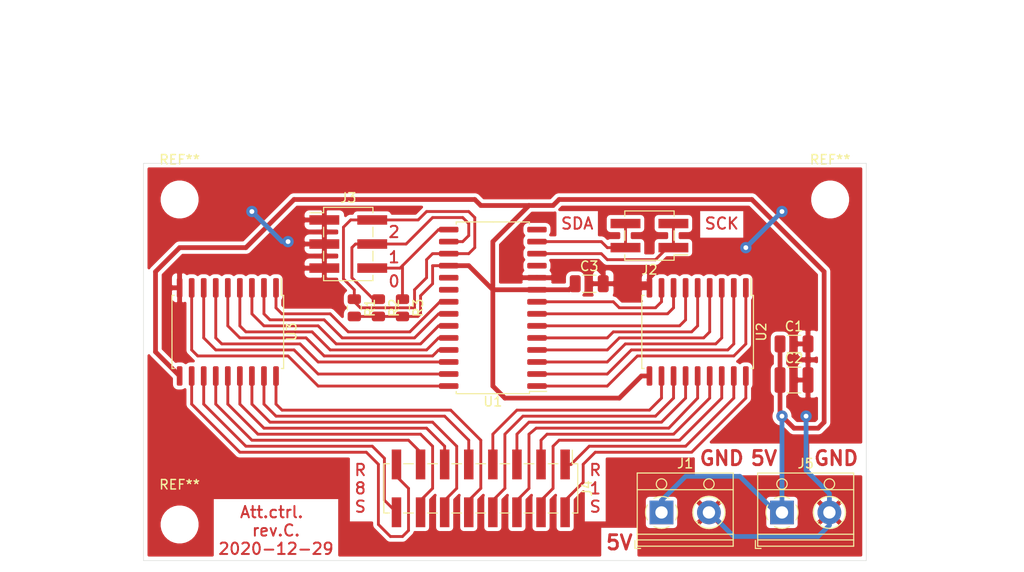
<source format=kicad_pcb>
(kicad_pcb (version 20171130) (host pcbnew "(5.1.7)-1")

  (general
    (thickness 1.6)
    (drawings 20)
    (tracks 325)
    (zones 0)
    (modules 17)
    (nets 40)
  )

  (page A4)
  (layers
    (0 F.Cu signal)
    (31 B.Cu signal)
    (32 B.Adhes user)
    (33 F.Adhes user)
    (34 B.Paste user)
    (35 F.Paste user)
    (36 B.SilkS user)
    (37 F.SilkS user)
    (38 B.Mask user)
    (39 F.Mask user)
    (40 Dwgs.User user)
    (41 Cmts.User user)
    (42 Eco1.User user)
    (43 Eco2.User user)
    (44 Edge.Cuts user)
    (45 Margin user)
    (46 B.CrtYd user)
    (47 F.CrtYd user)
    (48 B.Fab user)
    (49 F.Fab user)
  )

  (setup
    (last_trace_width 0.3)
    (user_trace_width 0.5)
    (trace_clearance 0.2)
    (zone_clearance 0.4)
    (zone_45_only no)
    (trace_min 0.2)
    (via_size 1.2)
    (via_drill 0.5)
    (via_min_size 0.4)
    (via_min_drill 0.3)
    (uvia_size 0.3)
    (uvia_drill 0.1)
    (uvias_allowed no)
    (uvia_min_size 0.2)
    (uvia_min_drill 0.1)
    (edge_width 0.05)
    (segment_width 0.2)
    (pcb_text_width 0.3)
    (pcb_text_size 1.5 1.5)
    (mod_edge_width 0.12)
    (mod_text_size 1 1)
    (mod_text_width 0.15)
    (pad_size 1.524 1.524)
    (pad_drill 0.762)
    (pad_to_mask_clearance 0)
    (aux_axis_origin 0 0)
    (visible_elements 7FFFFFFF)
    (pcbplotparams
      (layerselection 0x010fc_ffffffff)
      (usegerberextensions false)
      (usegerberattributes true)
      (usegerberadvancedattributes true)
      (creategerberjobfile true)
      (excludeedgelayer true)
      (linewidth 0.100000)
      (plotframeref false)
      (viasonmask false)
      (mode 1)
      (useauxorigin false)
      (hpglpennumber 1)
      (hpglpenspeed 20)
      (hpglpendiameter 15.000000)
      (psnegative false)
      (psa4output false)
      (plotreference true)
      (plotvalue true)
      (plotinvisibletext false)
      (padsonsilk false)
      (subtractmaskfromsilk false)
      (outputformat 1)
      (mirror false)
      (drillshape 1)
      (scaleselection 1)
      (outputdirectory ""))
  )

  (net 0 "")
  (net 1 +5V)
  (net 2 GND)
  (net 3 /SCK)
  (net 4 /SDA)
  (net 5 "Net-(J3-Pad2)")
  (net 6 "Net-(J3-Pad4)")
  (net 7 "Net-(J3-Pad6)")
  (net 8 /R1_R)
  (net 9 /R1_S)
  (net 10 /R2_R)
  (net 11 /R2_S)
  (net 12 /R3_R)
  (net 13 /R3_S)
  (net 14 /R4_R)
  (net 15 /R4_S)
  (net 16 /R5_R)
  (net 17 /R5_S)
  (net 18 /R6_R)
  (net 19 /R6_S)
  (net 20 /R7_R)
  (net 21 /R7_S)
  (net 22 /R8_R)
  (net 23 /R8_S)
  (net 24 "Net-(U1-Pad1)")
  (net 25 "Net-(U1-Pad2)")
  (net 26 "Net-(U1-Pad3)")
  (net 27 "Net-(U1-Pad4)")
  (net 28 "Net-(U1-Pad5)")
  (net 29 "Net-(U1-Pad6)")
  (net 30 "Net-(U1-Pad7)")
  (net 31 "Net-(U1-Pad8)")
  (net 32 "Net-(U1-Pad21)")
  (net 33 "Net-(U1-Pad22)")
  (net 34 "Net-(U1-Pad23)")
  (net 35 "Net-(U1-Pad24)")
  (net 36 "Net-(U1-Pad25)")
  (net 37 "Net-(U1-Pad26)")
  (net 38 "Net-(U1-Pad27)")
  (net 39 "Net-(U1-Pad28)")

  (net_class Default "This is the default net class."
    (clearance 0.2)
    (trace_width 0.3)
    (via_dia 1.2)
    (via_drill 0.5)
    (uvia_dia 0.3)
    (uvia_drill 0.1)
    (add_net +5V)
    (add_net /R1_R)
    (add_net /R1_S)
    (add_net /R2_R)
    (add_net /R2_S)
    (add_net /R3_R)
    (add_net /R3_S)
    (add_net /R4_R)
    (add_net /R4_S)
    (add_net /R5_R)
    (add_net /R5_S)
    (add_net /R6_R)
    (add_net /R6_S)
    (add_net /R7_R)
    (add_net /R7_S)
    (add_net /R8_R)
    (add_net /R8_S)
    (add_net /SCK)
    (add_net /SDA)
    (add_net GND)
    (add_net "Net-(J3-Pad2)")
    (add_net "Net-(J3-Pad4)")
    (add_net "Net-(J3-Pad6)")
    (add_net "Net-(U1-Pad1)")
    (add_net "Net-(U1-Pad2)")
    (add_net "Net-(U1-Pad21)")
    (add_net "Net-(U1-Pad22)")
    (add_net "Net-(U1-Pad23)")
    (add_net "Net-(U1-Pad24)")
    (add_net "Net-(U1-Pad25)")
    (add_net "Net-(U1-Pad26)")
    (add_net "Net-(U1-Pad27)")
    (add_net "Net-(U1-Pad28)")
    (add_net "Net-(U1-Pad3)")
    (add_net "Net-(U1-Pad4)")
    (add_net "Net-(U1-Pad5)")
    (add_net "Net-(U1-Pad6)")
    (add_net "Net-(U1-Pad7)")
    (add_net "Net-(U1-Pad8)")
  )

  (module MountingHole:MountingHole_3.2mm_M3 (layer F.Cu) (tedit 56D1B4CB) (tstamp 5FEBF4FC)
    (at 107.95 116.84)
    (descr "Mounting Hole 3.2mm, no annular, M3")
    (tags "mounting hole 3.2mm no annular m3")
    (attr virtual)
    (fp_text reference REF** (at 0 -4.2) (layer F.SilkS)
      (effects (font (size 1 1) (thickness 0.15)))
    )
    (fp_text value MountingHole_3.2mm_M3 (at 0 4.2) (layer F.Fab)
      (effects (font (size 1 1) (thickness 0.15)))
    )
    (fp_circle (center 0 0) (end 3.45 0) (layer F.CrtYd) (width 0.05))
    (fp_circle (center 0 0) (end 3.2 0) (layer Cmts.User) (width 0.15))
    (fp_text user %R (at 0.3 0) (layer F.Fab)
      (effects (font (size 1 1) (thickness 0.15)))
    )
    (pad 1 np_thru_hole circle (at 0 0) (size 3.2 3.2) (drill 3.2) (layers *.Cu *.Mask))
  )

  (module MountingHole:MountingHole_3.2mm_M3 (layer F.Cu) (tedit 56D1B4CB) (tstamp 5FEBF4ED)
    (at 107.95 82.55)
    (descr "Mounting Hole 3.2mm, no annular, M3")
    (tags "mounting hole 3.2mm no annular m3")
    (attr virtual)
    (fp_text reference REF** (at 0 -4.2) (layer F.SilkS)
      (effects (font (size 1 1) (thickness 0.15)))
    )
    (fp_text value MountingHole_3.2mm_M3 (at 0 4.2) (layer F.Fab)
      (effects (font (size 1 1) (thickness 0.15)))
    )
    (fp_circle (center 0 0) (end 3.2 0) (layer Cmts.User) (width 0.15))
    (fp_circle (center 0 0) (end 3.45 0) (layer F.CrtYd) (width 0.05))
    (fp_text user %R (at 0.3 0) (layer F.Fab)
      (effects (font (size 1 1) (thickness 0.15)))
    )
    (pad 1 np_thru_hole circle (at 0 0) (size 3.2 3.2) (drill 3.2) (layers *.Cu *.Mask))
  )

  (module Capacitor_SMD:C_1206_3216Metric (layer F.Cu) (tedit 5F68FEEE) (tstamp 5FEAF2FE)
    (at 172.72 97.79)
    (descr "Capacitor SMD 1206 (3216 Metric), square (rectangular) end terminal, IPC_7351 nominal, (Body size source: IPC-SM-782 page 76, https://www.pcb-3d.com/wordpress/wp-content/uploads/ipc-sm-782a_amendment_1_and_2.pdf), generated with kicad-footprint-generator")
    (tags capacitor)
    (path /5FF2457D)
    (attr smd)
    (fp_text reference C1 (at 0 -1.85) (layer F.SilkS)
      (effects (font (size 1 1) (thickness 0.15)))
    )
    (fp_text value 100n (at 0 1.85) (layer F.Fab)
      (effects (font (size 1 1) (thickness 0.15)))
    )
    (fp_line (start -1.6 0.8) (end -1.6 -0.8) (layer F.Fab) (width 0.1))
    (fp_line (start -1.6 -0.8) (end 1.6 -0.8) (layer F.Fab) (width 0.1))
    (fp_line (start 1.6 -0.8) (end 1.6 0.8) (layer F.Fab) (width 0.1))
    (fp_line (start 1.6 0.8) (end -1.6 0.8) (layer F.Fab) (width 0.1))
    (fp_line (start -0.711252 -0.91) (end 0.711252 -0.91) (layer F.SilkS) (width 0.12))
    (fp_line (start -0.711252 0.91) (end 0.711252 0.91) (layer F.SilkS) (width 0.12))
    (fp_line (start -2.3 1.15) (end -2.3 -1.15) (layer F.CrtYd) (width 0.05))
    (fp_line (start -2.3 -1.15) (end 2.3 -1.15) (layer F.CrtYd) (width 0.05))
    (fp_line (start 2.3 -1.15) (end 2.3 1.15) (layer F.CrtYd) (width 0.05))
    (fp_line (start 2.3 1.15) (end -2.3 1.15) (layer F.CrtYd) (width 0.05))
    (fp_text user %R (at 0 0) (layer F.Fab)
      (effects (font (size 0.8 0.8) (thickness 0.12)))
    )
    (pad 1 smd roundrect (at -1.475 0) (size 1.15 1.8) (layers F.Cu F.Paste F.Mask) (roundrect_rratio 0.217391)
      (net 1 +5V))
    (pad 2 smd roundrect (at 1.475 0) (size 1.15 1.8) (layers F.Cu F.Paste F.Mask) (roundrect_rratio 0.217391)
      (net 2 GND))
    (model ${KISYS3DMOD}/Capacitor_SMD.3dshapes/C_1206_3216Metric.wrl
      (at (xyz 0 0 0))
      (scale (xyz 1 1 1))
      (rotate (xyz 0 0 0))
    )
  )

  (module Capacitor_SMD:C_1210_3225Metric (layer F.Cu) (tedit 5F68FEEE) (tstamp 5FEAF30F)
    (at 172.72 101.6)
    (descr "Capacitor SMD 1210 (3225 Metric), square (rectangular) end terminal, IPC_7351 nominal, (Body size source: IPC-SM-782 page 76, https://www.pcb-3d.com/wordpress/wp-content/uploads/ipc-sm-782a_amendment_1_and_2.pdf), generated with kicad-footprint-generator")
    (tags capacitor)
    (path /5FF2457E)
    (attr smd)
    (fp_text reference C2 (at 0 -2.3) (layer F.SilkS)
      (effects (font (size 1 1) (thickness 0.15)))
    )
    (fp_text value 10u (at 0 2.3) (layer F.Fab)
      (effects (font (size 1 1) (thickness 0.15)))
    )
    (fp_line (start -1.6 1.25) (end -1.6 -1.25) (layer F.Fab) (width 0.1))
    (fp_line (start -1.6 -1.25) (end 1.6 -1.25) (layer F.Fab) (width 0.1))
    (fp_line (start 1.6 -1.25) (end 1.6 1.25) (layer F.Fab) (width 0.1))
    (fp_line (start 1.6 1.25) (end -1.6 1.25) (layer F.Fab) (width 0.1))
    (fp_line (start -0.711252 -1.36) (end 0.711252 -1.36) (layer F.SilkS) (width 0.12))
    (fp_line (start -0.711252 1.36) (end 0.711252 1.36) (layer F.SilkS) (width 0.12))
    (fp_line (start -2.3 1.6) (end -2.3 -1.6) (layer F.CrtYd) (width 0.05))
    (fp_line (start -2.3 -1.6) (end 2.3 -1.6) (layer F.CrtYd) (width 0.05))
    (fp_line (start 2.3 -1.6) (end 2.3 1.6) (layer F.CrtYd) (width 0.05))
    (fp_line (start 2.3 1.6) (end -2.3 1.6) (layer F.CrtYd) (width 0.05))
    (fp_text user %R (at 0 0) (layer F.Fab)
      (effects (font (size 0.8 0.8) (thickness 0.12)))
    )
    (pad 1 smd roundrect (at -1.475 0) (size 1.15 2.7) (layers F.Cu F.Paste F.Mask) (roundrect_rratio 0.217391)
      (net 1 +5V))
    (pad 2 smd roundrect (at 1.475 0) (size 1.15 2.7) (layers F.Cu F.Paste F.Mask) (roundrect_rratio 0.217391)
      (net 2 GND))
    (model ${KISYS3DMOD}/Capacitor_SMD.3dshapes/C_1210_3225Metric.wrl
      (at (xyz 0 0 0))
      (scale (xyz 1 1 1))
      (rotate (xyz 0 0 0))
    )
  )

  (module Capacitor_SMD:C_1206_3216Metric (layer F.Cu) (tedit 5F68FEEE) (tstamp 5FEAF320)
    (at 151.13 91.44)
    (descr "Capacitor SMD 1206 (3216 Metric), square (rectangular) end terminal, IPC_7351 nominal, (Body size source: IPC-SM-782 page 76, https://www.pcb-3d.com/wordpress/wp-content/uploads/ipc-sm-782a_amendment_1_and_2.pdf), generated with kicad-footprint-generator")
    (tags capacitor)
    (path /6209253E)
    (attr smd)
    (fp_text reference C3 (at 0 -1.85) (layer F.SilkS)
      (effects (font (size 1 1) (thickness 0.15)))
    )
    (fp_text value 100n (at 0 1.85) (layer F.Fab)
      (effects (font (size 1 1) (thickness 0.15)))
    )
    (fp_line (start 2.3 1.15) (end -2.3 1.15) (layer F.CrtYd) (width 0.05))
    (fp_line (start 2.3 -1.15) (end 2.3 1.15) (layer F.CrtYd) (width 0.05))
    (fp_line (start -2.3 -1.15) (end 2.3 -1.15) (layer F.CrtYd) (width 0.05))
    (fp_line (start -2.3 1.15) (end -2.3 -1.15) (layer F.CrtYd) (width 0.05))
    (fp_line (start -0.711252 0.91) (end 0.711252 0.91) (layer F.SilkS) (width 0.12))
    (fp_line (start -0.711252 -0.91) (end 0.711252 -0.91) (layer F.SilkS) (width 0.12))
    (fp_line (start 1.6 0.8) (end -1.6 0.8) (layer F.Fab) (width 0.1))
    (fp_line (start 1.6 -0.8) (end 1.6 0.8) (layer F.Fab) (width 0.1))
    (fp_line (start -1.6 -0.8) (end 1.6 -0.8) (layer F.Fab) (width 0.1))
    (fp_line (start -1.6 0.8) (end -1.6 -0.8) (layer F.Fab) (width 0.1))
    (fp_text user %R (at 0 0) (layer F.Fab)
      (effects (font (size 0.8 0.8) (thickness 0.12)))
    )
    (pad 2 smd roundrect (at 1.475 0) (size 1.15 1.8) (layers F.Cu F.Paste F.Mask) (roundrect_rratio 0.217391)
      (net 2 GND))
    (pad 1 smd roundrect (at -1.475 0) (size 1.15 1.8) (layers F.Cu F.Paste F.Mask) (roundrect_rratio 0.217391)
      (net 1 +5V))
    (model ${KISYS3DMOD}/Capacitor_SMD.3dshapes/C_1206_3216Metric.wrl
      (at (xyz 0 0 0))
      (scale (xyz 1 1 1))
      (rotate (xyz 0 0 0))
    )
  )

  (module TerminalBlock_RND:TerminalBlock_RND_205-00012_1x02_P5.00mm_Horizontal (layer F.Cu) (tedit 5B294F52) (tstamp 5FEAF350)
    (at 158.75 115.57)
    (descr "terminal block RND 205-00012, 2 pins, pitch 5mm, size 10x7.6mm^2, drill diamater 1.3mm, pad diameter 2.5mm, see http://cdn-reichelt.de/documents/datenblatt/C151/RND_205-00012_DB_EN.pdf, script-generated using https://github.com/pointhi/kicad-footprint-generator/scripts/TerminalBlock_RND")
    (tags "THT terminal block RND 205-00012 pitch 5mm size 10x7.6mm^2 drill 1.3mm pad 2.5mm")
    (path /5FF2457B)
    (fp_text reference J1 (at 2.5 -5.16) (layer F.SilkS)
      (effects (font (size 1 1) (thickness 0.15)))
    )
    (fp_text value POWER (at 2.5 4.56) (layer F.Fab)
      (effects (font (size 1 1) (thickness 0.15)))
    )
    (fp_circle (center 0 0) (end 1.5 0) (layer F.Fab) (width 0.1))
    (fp_circle (center 0 -3) (end 0.55 -3) (layer F.Fab) (width 0.1))
    (fp_circle (center 0 -3) (end 0.55 -3) (layer F.SilkS) (width 0.12))
    (fp_circle (center 5 0) (end 6.5 0) (layer F.Fab) (width 0.1))
    (fp_circle (center 5 0) (end 6.68 0) (layer F.SilkS) (width 0.12))
    (fp_circle (center 5 -3) (end 5.55 -3) (layer F.Fab) (width 0.1))
    (fp_circle (center 5 -3) (end 5.55 -3) (layer F.SilkS) (width 0.12))
    (fp_line (start -2.5 -4.1) (end 7.5 -4.1) (layer F.Fab) (width 0.1))
    (fp_line (start 7.5 -4.1) (end 7.5 3.5) (layer F.Fab) (width 0.1))
    (fp_line (start 7.5 3.5) (end -1.9 3.5) (layer F.Fab) (width 0.1))
    (fp_line (start -1.9 3.5) (end -2.5 2.9) (layer F.Fab) (width 0.1))
    (fp_line (start -2.5 2.9) (end -2.5 -4.1) (layer F.Fab) (width 0.1))
    (fp_line (start -2.5 2.9) (end 7.5 2.9) (layer F.Fab) (width 0.1))
    (fp_line (start -2.56 2.9) (end 7.56 2.9) (layer F.SilkS) (width 0.12))
    (fp_line (start -2.5 2.3) (end 7.5 2.3) (layer F.Fab) (width 0.1))
    (fp_line (start -2.56 2.3) (end 7.56 2.3) (layer F.SilkS) (width 0.12))
    (fp_line (start -2.5 -2.4) (end 7.5 -2.4) (layer F.Fab) (width 0.1))
    (fp_line (start -2.56 -2.4) (end 7.56 -2.4) (layer F.SilkS) (width 0.12))
    (fp_line (start -2.56 -4.16) (end 7.56 -4.16) (layer F.SilkS) (width 0.12))
    (fp_line (start -2.56 3.561) (end 7.56 3.561) (layer F.SilkS) (width 0.12))
    (fp_line (start -2.56 -4.16) (end -2.56 3.561) (layer F.SilkS) (width 0.12))
    (fp_line (start 7.56 -4.16) (end 7.56 3.561) (layer F.SilkS) (width 0.12))
    (fp_line (start 1.138 -0.955) (end -0.955 1.138) (layer F.Fab) (width 0.1))
    (fp_line (start 0.955 -1.138) (end -1.138 0.955) (layer F.Fab) (width 0.1))
    (fp_line (start 6.138 -0.955) (end 4.046 1.138) (layer F.Fab) (width 0.1))
    (fp_line (start 5.955 -1.138) (end 3.863 0.955) (layer F.Fab) (width 0.1))
    (fp_line (start 6.275 -1.069) (end 6.181 -0.976) (layer F.SilkS) (width 0.12))
    (fp_line (start 3.99 1.216) (end 3.931 1.274) (layer F.SilkS) (width 0.12))
    (fp_line (start 6.07 -1.275) (end 6.011 -1.216) (layer F.SilkS) (width 0.12))
    (fp_line (start 3.82 0.976) (end 3.726 1.069) (layer F.SilkS) (width 0.12))
    (fp_line (start -2.8 2.96) (end -2.8 3.8) (layer F.SilkS) (width 0.12))
    (fp_line (start -2.8 3.8) (end -2.2 3.8) (layer F.SilkS) (width 0.12))
    (fp_line (start -3 -4.6) (end -3 4) (layer F.CrtYd) (width 0.05))
    (fp_line (start -3 4) (end 8 4) (layer F.CrtYd) (width 0.05))
    (fp_line (start 8 4) (end 8 -4.6) (layer F.CrtYd) (width 0.05))
    (fp_line (start 8 -4.6) (end -3 -4.6) (layer F.CrtYd) (width 0.05))
    (fp_arc (start 0 0) (end 0 1.68) (angle -28) (layer F.SilkS) (width 0.12))
    (fp_arc (start 0 0) (end 1.484 0.789) (angle -56) (layer F.SilkS) (width 0.12))
    (fp_arc (start 0 0) (end 0.789 -1.484) (angle -56) (layer F.SilkS) (width 0.12))
    (fp_arc (start 0 0) (end -1.484 -0.789) (angle -56) (layer F.SilkS) (width 0.12))
    (fp_arc (start 0 0) (end -0.789 1.484) (angle -29) (layer F.SilkS) (width 0.12))
    (fp_text user %R (at 2.5 -5.16) (layer F.Fab)
      (effects (font (size 1 1) (thickness 0.15)))
    )
    (pad 1 thru_hole rect (at 0 0) (size 2.5 2.5) (drill 1.3) (layers *.Cu *.Mask)
      (net 1 +5V))
    (pad 2 thru_hole circle (at 5 0) (size 2.5 2.5) (drill 1.3) (layers *.Cu *.Mask)
      (net 2 GND))
    (model ${KISYS3DMOD}/TerminalBlock_RND.3dshapes/TerminalBlock_RND_205-00012_1x02_P5.00mm_Horizontal.wrl
      (at (xyz 0 0 0))
      (scale (xyz 1 1 1))
      (rotate (xyz 0 0 0))
    )
  )

  (module Connector_PinHeader_2.54mm:PinHeader_2x08_P2.54mm_Vertical_SMD (layer F.Cu) (tedit 59FED5CC) (tstamp 5FEAF3EC)
    (at 139.7 113.03 270)
    (descr "surface-mounted straight pin header, 2x08, 2.54mm pitch, double rows")
    (tags "Surface mounted pin header SMD 2x08 2.54mm double row")
    (path /5FEB7386)
    (attr smd)
    (fp_text reference J4 (at 0 -11.22 270) (layer F.SilkS)
      (effects (font (size 1 1) (thickness 0.15)))
    )
    (fp_text value RELAY (at 0 11.22 270) (layer F.Fab)
      (effects (font (size 1 1) (thickness 0.15)))
    )
    (fp_line (start 2.54 10.16) (end -2.54 10.16) (layer F.Fab) (width 0.1))
    (fp_line (start -1.59 -10.16) (end 2.54 -10.16) (layer F.Fab) (width 0.1))
    (fp_line (start -2.54 10.16) (end -2.54 -9.21) (layer F.Fab) (width 0.1))
    (fp_line (start -2.54 -9.21) (end -1.59 -10.16) (layer F.Fab) (width 0.1))
    (fp_line (start 2.54 -10.16) (end 2.54 10.16) (layer F.Fab) (width 0.1))
    (fp_line (start -2.54 -9.21) (end -3.6 -9.21) (layer F.Fab) (width 0.1))
    (fp_line (start -3.6 -9.21) (end -3.6 -8.57) (layer F.Fab) (width 0.1))
    (fp_line (start -3.6 -8.57) (end -2.54 -8.57) (layer F.Fab) (width 0.1))
    (fp_line (start 2.54 -9.21) (end 3.6 -9.21) (layer F.Fab) (width 0.1))
    (fp_line (start 3.6 -9.21) (end 3.6 -8.57) (layer F.Fab) (width 0.1))
    (fp_line (start 3.6 -8.57) (end 2.54 -8.57) (layer F.Fab) (width 0.1))
    (fp_line (start -2.54 -6.67) (end -3.6 -6.67) (layer F.Fab) (width 0.1))
    (fp_line (start -3.6 -6.67) (end -3.6 -6.03) (layer F.Fab) (width 0.1))
    (fp_line (start -3.6 -6.03) (end -2.54 -6.03) (layer F.Fab) (width 0.1))
    (fp_line (start 2.54 -6.67) (end 3.6 -6.67) (layer F.Fab) (width 0.1))
    (fp_line (start 3.6 -6.67) (end 3.6 -6.03) (layer F.Fab) (width 0.1))
    (fp_line (start 3.6 -6.03) (end 2.54 -6.03) (layer F.Fab) (width 0.1))
    (fp_line (start -2.54 -4.13) (end -3.6 -4.13) (layer F.Fab) (width 0.1))
    (fp_line (start -3.6 -4.13) (end -3.6 -3.49) (layer F.Fab) (width 0.1))
    (fp_line (start -3.6 -3.49) (end -2.54 -3.49) (layer F.Fab) (width 0.1))
    (fp_line (start 2.54 -4.13) (end 3.6 -4.13) (layer F.Fab) (width 0.1))
    (fp_line (start 3.6 -4.13) (end 3.6 -3.49) (layer F.Fab) (width 0.1))
    (fp_line (start 3.6 -3.49) (end 2.54 -3.49) (layer F.Fab) (width 0.1))
    (fp_line (start -2.54 -1.59) (end -3.6 -1.59) (layer F.Fab) (width 0.1))
    (fp_line (start -3.6 -1.59) (end -3.6 -0.95) (layer F.Fab) (width 0.1))
    (fp_line (start -3.6 -0.95) (end -2.54 -0.95) (layer F.Fab) (width 0.1))
    (fp_line (start 2.54 -1.59) (end 3.6 -1.59) (layer F.Fab) (width 0.1))
    (fp_line (start 3.6 -1.59) (end 3.6 -0.95) (layer F.Fab) (width 0.1))
    (fp_line (start 3.6 -0.95) (end 2.54 -0.95) (layer F.Fab) (width 0.1))
    (fp_line (start -2.54 0.95) (end -3.6 0.95) (layer F.Fab) (width 0.1))
    (fp_line (start -3.6 0.95) (end -3.6 1.59) (layer F.Fab) (width 0.1))
    (fp_line (start -3.6 1.59) (end -2.54 1.59) (layer F.Fab) (width 0.1))
    (fp_line (start 2.54 0.95) (end 3.6 0.95) (layer F.Fab) (width 0.1))
    (fp_line (start 3.6 0.95) (end 3.6 1.59) (layer F.Fab) (width 0.1))
    (fp_line (start 3.6 1.59) (end 2.54 1.59) (layer F.Fab) (width 0.1))
    (fp_line (start -2.54 3.49) (end -3.6 3.49) (layer F.Fab) (width 0.1))
    (fp_line (start -3.6 3.49) (end -3.6 4.13) (layer F.Fab) (width 0.1))
    (fp_line (start -3.6 4.13) (end -2.54 4.13) (layer F.Fab) (width 0.1))
    (fp_line (start 2.54 3.49) (end 3.6 3.49) (layer F.Fab) (width 0.1))
    (fp_line (start 3.6 3.49) (end 3.6 4.13) (layer F.Fab) (width 0.1))
    (fp_line (start 3.6 4.13) (end 2.54 4.13) (layer F.Fab) (width 0.1))
    (fp_line (start -2.54 6.03) (end -3.6 6.03) (layer F.Fab) (width 0.1))
    (fp_line (start -3.6 6.03) (end -3.6 6.67) (layer F.Fab) (width 0.1))
    (fp_line (start -3.6 6.67) (end -2.54 6.67) (layer F.Fab) (width 0.1))
    (fp_line (start 2.54 6.03) (end 3.6 6.03) (layer F.Fab) (width 0.1))
    (fp_line (start 3.6 6.03) (end 3.6 6.67) (layer F.Fab) (width 0.1))
    (fp_line (start 3.6 6.67) (end 2.54 6.67) (layer F.Fab) (width 0.1))
    (fp_line (start -2.54 8.57) (end -3.6 8.57) (layer F.Fab) (width 0.1))
    (fp_line (start -3.6 8.57) (end -3.6 9.21) (layer F.Fab) (width 0.1))
    (fp_line (start -3.6 9.21) (end -2.54 9.21) (layer F.Fab) (width 0.1))
    (fp_line (start 2.54 8.57) (end 3.6 8.57) (layer F.Fab) (width 0.1))
    (fp_line (start 3.6 8.57) (end 3.6 9.21) (layer F.Fab) (width 0.1))
    (fp_line (start 3.6 9.21) (end 2.54 9.21) (layer F.Fab) (width 0.1))
    (fp_line (start -2.6 -10.22) (end 2.6 -10.22) (layer F.SilkS) (width 0.12))
    (fp_line (start -2.6 10.22) (end 2.6 10.22) (layer F.SilkS) (width 0.12))
    (fp_line (start -4.04 -9.65) (end -2.6 -9.65) (layer F.SilkS) (width 0.12))
    (fp_line (start -2.6 -10.22) (end -2.6 -9.65) (layer F.SilkS) (width 0.12))
    (fp_line (start 2.6 -10.22) (end 2.6 -9.65) (layer F.SilkS) (width 0.12))
    (fp_line (start -2.6 9.65) (end -2.6 10.22) (layer F.SilkS) (width 0.12))
    (fp_line (start 2.6 9.65) (end 2.6 10.22) (layer F.SilkS) (width 0.12))
    (fp_line (start -2.6 -8.13) (end -2.6 -7.11) (layer F.SilkS) (width 0.12))
    (fp_line (start 2.6 -8.13) (end 2.6 -7.11) (layer F.SilkS) (width 0.12))
    (fp_line (start -2.6 -5.59) (end -2.6 -4.57) (layer F.SilkS) (width 0.12))
    (fp_line (start 2.6 -5.59) (end 2.6 -4.57) (layer F.SilkS) (width 0.12))
    (fp_line (start -2.6 -3.05) (end -2.6 -2.03) (layer F.SilkS) (width 0.12))
    (fp_line (start 2.6 -3.05) (end 2.6 -2.03) (layer F.SilkS) (width 0.12))
    (fp_line (start -2.6 -0.51) (end -2.6 0.51) (layer F.SilkS) (width 0.12))
    (fp_line (start 2.6 -0.51) (end 2.6 0.51) (layer F.SilkS) (width 0.12))
    (fp_line (start -2.6 2.03) (end -2.6 3.05) (layer F.SilkS) (width 0.12))
    (fp_line (start 2.6 2.03) (end 2.6 3.05) (layer F.SilkS) (width 0.12))
    (fp_line (start -2.6 4.57) (end -2.6 5.59) (layer F.SilkS) (width 0.12))
    (fp_line (start 2.6 4.57) (end 2.6 5.59) (layer F.SilkS) (width 0.12))
    (fp_line (start -2.6 7.11) (end -2.6 8.13) (layer F.SilkS) (width 0.12))
    (fp_line (start 2.6 7.11) (end 2.6 8.13) (layer F.SilkS) (width 0.12))
    (fp_line (start -5.9 -10.7) (end -5.9 10.7) (layer F.CrtYd) (width 0.05))
    (fp_line (start -5.9 10.7) (end 5.9 10.7) (layer F.CrtYd) (width 0.05))
    (fp_line (start 5.9 10.7) (end 5.9 -10.7) (layer F.CrtYd) (width 0.05))
    (fp_line (start 5.9 -10.7) (end -5.9 -10.7) (layer F.CrtYd) (width 0.05))
    (fp_text user %R (at 0 0) (layer F.Fab)
      (effects (font (size 1 1) (thickness 0.15)))
    )
    (pad 1 smd rect (at -2.525 -8.89 270) (size 3.15 1) (layers F.Cu F.Paste F.Mask)
      (net 8 /R1_R))
    (pad 2 smd rect (at 2.525 -8.89 270) (size 3.15 1) (layers F.Cu F.Paste F.Mask)
      (net 9 /R1_S))
    (pad 3 smd rect (at -2.525 -6.35 270) (size 3.15 1) (layers F.Cu F.Paste F.Mask)
      (net 10 /R2_R))
    (pad 4 smd rect (at 2.525 -6.35 270) (size 3.15 1) (layers F.Cu F.Paste F.Mask)
      (net 11 /R2_S))
    (pad 5 smd rect (at -2.525 -3.81 270) (size 3.15 1) (layers F.Cu F.Paste F.Mask)
      (net 12 /R3_R))
    (pad 6 smd rect (at 2.525 -3.81 270) (size 3.15 1) (layers F.Cu F.Paste F.Mask)
      (net 13 /R3_S))
    (pad 7 smd rect (at -2.525 -1.27 270) (size 3.15 1) (layers F.Cu F.Paste F.Mask)
      (net 14 /R4_R))
    (pad 8 smd rect (at 2.525 -1.27 270) (size 3.15 1) (layers F.Cu F.Paste F.Mask)
      (net 15 /R4_S))
    (pad 9 smd rect (at -2.525 1.27 270) (size 3.15 1) (layers F.Cu F.Paste F.Mask)
      (net 16 /R5_R))
    (pad 10 smd rect (at 2.525 1.27 270) (size 3.15 1) (layers F.Cu F.Paste F.Mask)
      (net 17 /R5_S))
    (pad 11 smd rect (at -2.525 3.81 270) (size 3.15 1) (layers F.Cu F.Paste F.Mask)
      (net 18 /R6_R))
    (pad 12 smd rect (at 2.525 3.81 270) (size 3.15 1) (layers F.Cu F.Paste F.Mask)
      (net 19 /R6_S))
    (pad 13 smd rect (at -2.525 6.35 270) (size 3.15 1) (layers F.Cu F.Paste F.Mask)
      (net 20 /R7_R))
    (pad 14 smd rect (at 2.525 6.35 270) (size 3.15 1) (layers F.Cu F.Paste F.Mask)
      (net 21 /R7_S))
    (pad 15 smd rect (at -2.525 8.89 270) (size 3.15 1) (layers F.Cu F.Paste F.Mask)
      (net 22 /R8_R))
    (pad 16 smd rect (at 2.525 8.89 270) (size 3.15 1) (layers F.Cu F.Paste F.Mask)
      (net 23 /R8_S))
    (model ${KISYS3DMOD}/Connector_PinHeader_2.54mm.3dshapes/PinHeader_2x08_P2.54mm_Vertical_SMD.wrl
      (at (xyz 0 0 0))
      (scale (xyz 1 1 1))
      (rotate (xyz 0 0 0))
    )
  )

  (module TerminalBlock_RND:TerminalBlock_RND_205-00012_1x02_P5.00mm_Horizontal (layer F.Cu) (tedit 5B294F52) (tstamp 5FEAF41C)
    (at 171.45 115.57)
    (descr "terminal block RND 205-00012, 2 pins, pitch 5mm, size 10x7.6mm^2, drill diamater 1.3mm, pad diameter 2.5mm, see http://cdn-reichelt.de/documents/datenblatt/C151/RND_205-00012_DB_EN.pdf, script-generated using https://github.com/pointhi/kicad-footprint-generator/scripts/TerminalBlock_RND")
    (tags "THT terminal block RND 205-00012 pitch 5mm size 10x7.6mm^2 drill 1.3mm pad 2.5mm")
    (path /5FFE2B3F)
    (fp_text reference J5 (at 2.5 -5.16) (layer F.SilkS)
      (effects (font (size 1 1) (thickness 0.15)))
    )
    (fp_text value POWER2 (at 2.5 4.56) (layer F.Fab)
      (effects (font (size 1 1) (thickness 0.15)))
    )
    (fp_line (start 8 -4.6) (end -3 -4.6) (layer F.CrtYd) (width 0.05))
    (fp_line (start 8 4) (end 8 -4.6) (layer F.CrtYd) (width 0.05))
    (fp_line (start -3 4) (end 8 4) (layer F.CrtYd) (width 0.05))
    (fp_line (start -3 -4.6) (end -3 4) (layer F.CrtYd) (width 0.05))
    (fp_line (start -2.8 3.8) (end -2.2 3.8) (layer F.SilkS) (width 0.12))
    (fp_line (start -2.8 2.96) (end -2.8 3.8) (layer F.SilkS) (width 0.12))
    (fp_line (start 3.82 0.976) (end 3.726 1.069) (layer F.SilkS) (width 0.12))
    (fp_line (start 6.07 -1.275) (end 6.011 -1.216) (layer F.SilkS) (width 0.12))
    (fp_line (start 3.99 1.216) (end 3.931 1.274) (layer F.SilkS) (width 0.12))
    (fp_line (start 6.275 -1.069) (end 6.181 -0.976) (layer F.SilkS) (width 0.12))
    (fp_line (start 5.955 -1.138) (end 3.863 0.955) (layer F.Fab) (width 0.1))
    (fp_line (start 6.138 -0.955) (end 4.046 1.138) (layer F.Fab) (width 0.1))
    (fp_line (start 0.955 -1.138) (end -1.138 0.955) (layer F.Fab) (width 0.1))
    (fp_line (start 1.138 -0.955) (end -0.955 1.138) (layer F.Fab) (width 0.1))
    (fp_line (start 7.56 -4.16) (end 7.56 3.561) (layer F.SilkS) (width 0.12))
    (fp_line (start -2.56 -4.16) (end -2.56 3.561) (layer F.SilkS) (width 0.12))
    (fp_line (start -2.56 3.561) (end 7.56 3.561) (layer F.SilkS) (width 0.12))
    (fp_line (start -2.56 -4.16) (end 7.56 -4.16) (layer F.SilkS) (width 0.12))
    (fp_line (start -2.56 -2.4) (end 7.56 -2.4) (layer F.SilkS) (width 0.12))
    (fp_line (start -2.5 -2.4) (end 7.5 -2.4) (layer F.Fab) (width 0.1))
    (fp_line (start -2.56 2.3) (end 7.56 2.3) (layer F.SilkS) (width 0.12))
    (fp_line (start -2.5 2.3) (end 7.5 2.3) (layer F.Fab) (width 0.1))
    (fp_line (start -2.56 2.9) (end 7.56 2.9) (layer F.SilkS) (width 0.12))
    (fp_line (start -2.5 2.9) (end 7.5 2.9) (layer F.Fab) (width 0.1))
    (fp_line (start -2.5 2.9) (end -2.5 -4.1) (layer F.Fab) (width 0.1))
    (fp_line (start -1.9 3.5) (end -2.5 2.9) (layer F.Fab) (width 0.1))
    (fp_line (start 7.5 3.5) (end -1.9 3.5) (layer F.Fab) (width 0.1))
    (fp_line (start 7.5 -4.1) (end 7.5 3.5) (layer F.Fab) (width 0.1))
    (fp_line (start -2.5 -4.1) (end 7.5 -4.1) (layer F.Fab) (width 0.1))
    (fp_circle (center 5 -3) (end 5.55 -3) (layer F.SilkS) (width 0.12))
    (fp_circle (center 5 -3) (end 5.55 -3) (layer F.Fab) (width 0.1))
    (fp_circle (center 5 0) (end 6.68 0) (layer F.SilkS) (width 0.12))
    (fp_circle (center 5 0) (end 6.5 0) (layer F.Fab) (width 0.1))
    (fp_circle (center 0 -3) (end 0.55 -3) (layer F.SilkS) (width 0.12))
    (fp_circle (center 0 -3) (end 0.55 -3) (layer F.Fab) (width 0.1))
    (fp_circle (center 0 0) (end 1.5 0) (layer F.Fab) (width 0.1))
    (fp_text user %R (at 2.5 -5.16) (layer F.Fab)
      (effects (font (size 1 1) (thickness 0.15)))
    )
    (fp_arc (start 0 0) (end -0.789 1.484) (angle -29) (layer F.SilkS) (width 0.12))
    (fp_arc (start 0 0) (end -1.484 -0.789) (angle -56) (layer F.SilkS) (width 0.12))
    (fp_arc (start 0 0) (end 0.789 -1.484) (angle -56) (layer F.SilkS) (width 0.12))
    (fp_arc (start 0 0) (end 1.484 0.789) (angle -56) (layer F.SilkS) (width 0.12))
    (fp_arc (start 0 0) (end 0 1.68) (angle -28) (layer F.SilkS) (width 0.12))
    (pad 2 thru_hole circle (at 5 0) (size 2.5 2.5) (drill 1.3) (layers *.Cu *.Mask)
      (net 2 GND))
    (pad 1 thru_hole rect (at 0 0) (size 2.5 2.5) (drill 1.3) (layers *.Cu *.Mask)
      (net 1 +5V))
    (model ${KISYS3DMOD}/TerminalBlock_RND.3dshapes/TerminalBlock_RND_205-00012_1x02_P5.00mm_Horizontal.wrl
      (at (xyz 0 0 0))
      (scale (xyz 1 1 1))
      (rotate (xyz 0 0 0))
    )
  )

  (module Resistor_SMD:R_0805_2012Metric (layer F.Cu) (tedit 5F68FEEE) (tstamp 5FEAF42D)
    (at 126.365 93.98 270)
    (descr "Resistor SMD 0805 (2012 Metric), square (rectangular) end terminal, IPC_7351 nominal, (Body size source: IPC-SM-782 page 72, https://www.pcb-3d.com/wordpress/wp-content/uploads/ipc-sm-782a_amendment_1_and_2.pdf), generated with kicad-footprint-generator")
    (tags resistor)
    (path /61D089E6)
    (attr smd)
    (fp_text reference R1 (at 0 -1.65 270) (layer F.SilkS)
      (effects (font (size 1 1) (thickness 0.15)))
    )
    (fp_text value R (at 0 1.65 270) (layer F.Fab)
      (effects (font (size 1 1) (thickness 0.15)))
    )
    (fp_line (start -1 0.625) (end -1 -0.625) (layer F.Fab) (width 0.1))
    (fp_line (start -1 -0.625) (end 1 -0.625) (layer F.Fab) (width 0.1))
    (fp_line (start 1 -0.625) (end 1 0.625) (layer F.Fab) (width 0.1))
    (fp_line (start 1 0.625) (end -1 0.625) (layer F.Fab) (width 0.1))
    (fp_line (start -0.227064 -0.735) (end 0.227064 -0.735) (layer F.SilkS) (width 0.12))
    (fp_line (start -0.227064 0.735) (end 0.227064 0.735) (layer F.SilkS) (width 0.12))
    (fp_line (start -1.68 0.95) (end -1.68 -0.95) (layer F.CrtYd) (width 0.05))
    (fp_line (start -1.68 -0.95) (end 1.68 -0.95) (layer F.CrtYd) (width 0.05))
    (fp_line (start 1.68 -0.95) (end 1.68 0.95) (layer F.CrtYd) (width 0.05))
    (fp_line (start 1.68 0.95) (end -1.68 0.95) (layer F.CrtYd) (width 0.05))
    (fp_text user %R (at 0 0 270) (layer F.Fab)
      (effects (font (size 0.5 0.5) (thickness 0.08)))
    )
    (pad 1 smd roundrect (at -0.9125 0 270) (size 1.025 1.4) (layers F.Cu F.Paste F.Mask) (roundrect_rratio 0.243902)
      (net 5 "Net-(J3-Pad2)"))
    (pad 2 smd roundrect (at 0.9125 0 270) (size 1.025 1.4) (layers F.Cu F.Paste F.Mask) (roundrect_rratio 0.243902)
      (net 1 +5V))
    (model ${KISYS3DMOD}/Resistor_SMD.3dshapes/R_0805_2012Metric.wrl
      (at (xyz 0 0 0))
      (scale (xyz 1 1 1))
      (rotate (xyz 0 0 0))
    )
  )

  (module Resistor_SMD:R_0805_2012Metric (layer F.Cu) (tedit 5F68FEEE) (tstamp 5FEAF43E)
    (at 128.905 93.98 270)
    (descr "Resistor SMD 0805 (2012 Metric), square (rectangular) end terminal, IPC_7351 nominal, (Body size source: IPC-SM-782 page 72, https://www.pcb-3d.com/wordpress/wp-content/uploads/ipc-sm-782a_amendment_1_and_2.pdf), generated with kicad-footprint-generator")
    (tags resistor)
    (path /61D31CC7)
    (attr smd)
    (fp_text reference R2 (at 0 -1.65 270) (layer F.SilkS)
      (effects (font (size 1 1) (thickness 0.15)))
    )
    (fp_text value R (at 0 1.65 270) (layer F.Fab)
      (effects (font (size 1 1) (thickness 0.15)))
    )
    (fp_line (start 1.68 0.95) (end -1.68 0.95) (layer F.CrtYd) (width 0.05))
    (fp_line (start 1.68 -0.95) (end 1.68 0.95) (layer F.CrtYd) (width 0.05))
    (fp_line (start -1.68 -0.95) (end 1.68 -0.95) (layer F.CrtYd) (width 0.05))
    (fp_line (start -1.68 0.95) (end -1.68 -0.95) (layer F.CrtYd) (width 0.05))
    (fp_line (start -0.227064 0.735) (end 0.227064 0.735) (layer F.SilkS) (width 0.12))
    (fp_line (start -0.227064 -0.735) (end 0.227064 -0.735) (layer F.SilkS) (width 0.12))
    (fp_line (start 1 0.625) (end -1 0.625) (layer F.Fab) (width 0.1))
    (fp_line (start 1 -0.625) (end 1 0.625) (layer F.Fab) (width 0.1))
    (fp_line (start -1 -0.625) (end 1 -0.625) (layer F.Fab) (width 0.1))
    (fp_line (start -1 0.625) (end -1 -0.625) (layer F.Fab) (width 0.1))
    (fp_text user %R (at 0 0 270) (layer F.Fab)
      (effects (font (size 0.5 0.5) (thickness 0.08)))
    )
    (pad 2 smd roundrect (at 0.9125 0 270) (size 1.025 1.4) (layers F.Cu F.Paste F.Mask) (roundrect_rratio 0.243902)
      (net 1 +5V))
    (pad 1 smd roundrect (at -0.9125 0 270) (size 1.025 1.4) (layers F.Cu F.Paste F.Mask) (roundrect_rratio 0.243902)
      (net 6 "Net-(J3-Pad4)"))
    (model ${KISYS3DMOD}/Resistor_SMD.3dshapes/R_0805_2012Metric.wrl
      (at (xyz 0 0 0))
      (scale (xyz 1 1 1))
      (rotate (xyz 0 0 0))
    )
  )

  (module Resistor_SMD:R_0805_2012Metric (layer F.Cu) (tedit 5F68FEEE) (tstamp 5FEAF44F)
    (at 131.445 93.98 270)
    (descr "Resistor SMD 0805 (2012 Metric), square (rectangular) end terminal, IPC_7351 nominal, (Body size source: IPC-SM-782 page 72, https://www.pcb-3d.com/wordpress/wp-content/uploads/ipc-sm-782a_amendment_1_and_2.pdf), generated with kicad-footprint-generator")
    (tags resistor)
    (path /61D31EA2)
    (attr smd)
    (fp_text reference R3 (at 0 -1.65 270) (layer F.SilkS)
      (effects (font (size 1 1) (thickness 0.15)))
    )
    (fp_text value R (at 0 1.65 270) (layer F.Fab)
      (effects (font (size 1 1) (thickness 0.15)))
    )
    (fp_line (start -1 0.625) (end -1 -0.625) (layer F.Fab) (width 0.1))
    (fp_line (start -1 -0.625) (end 1 -0.625) (layer F.Fab) (width 0.1))
    (fp_line (start 1 -0.625) (end 1 0.625) (layer F.Fab) (width 0.1))
    (fp_line (start 1 0.625) (end -1 0.625) (layer F.Fab) (width 0.1))
    (fp_line (start -0.227064 -0.735) (end 0.227064 -0.735) (layer F.SilkS) (width 0.12))
    (fp_line (start -0.227064 0.735) (end 0.227064 0.735) (layer F.SilkS) (width 0.12))
    (fp_line (start -1.68 0.95) (end -1.68 -0.95) (layer F.CrtYd) (width 0.05))
    (fp_line (start -1.68 -0.95) (end 1.68 -0.95) (layer F.CrtYd) (width 0.05))
    (fp_line (start 1.68 -0.95) (end 1.68 0.95) (layer F.CrtYd) (width 0.05))
    (fp_line (start 1.68 0.95) (end -1.68 0.95) (layer F.CrtYd) (width 0.05))
    (fp_text user %R (at 0 0 270) (layer F.Fab)
      (effects (font (size 0.5 0.5) (thickness 0.08)))
    )
    (pad 1 smd roundrect (at -0.9125 0 270) (size 1.025 1.4) (layers F.Cu F.Paste F.Mask) (roundrect_rratio 0.243902)
      (net 7 "Net-(J3-Pad6)"))
    (pad 2 smd roundrect (at 0.9125 0 270) (size 1.025 1.4) (layers F.Cu F.Paste F.Mask) (roundrect_rratio 0.243902)
      (net 1 +5V))
    (model ${KISYS3DMOD}/Resistor_SMD.3dshapes/R_0805_2012Metric.wrl
      (at (xyz 0 0 0))
      (scale (xyz 1 1 1))
      (rotate (xyz 0 0 0))
    )
  )

  (module Package_SO:SOIC-28W_7.5x17.9mm_P1.27mm (layer F.Cu) (tedit 5D9F72B1) (tstamp 5FEAF482)
    (at 140.97 93.98 180)
    (descr "SOIC, 28 Pin (JEDEC MS-013AE, https://www.analog.com/media/en/package-pcb-resources/package/35833120341221rw_28.pdf), generated with kicad-footprint-generator ipc_gullwing_generator.py")
    (tags "SOIC SO")
    (path /6093FBA6)
    (attr smd)
    (fp_text reference U1 (at 0 -9.9 180) (layer F.SilkS)
      (effects (font (size 1 1) (thickness 0.15)))
    )
    (fp_text value MCP23017_SO (at 0 9.9 180) (layer F.Fab)
      (effects (font (size 1 1) (thickness 0.15)))
    )
    (fp_line (start 0 9.06) (end 3.86 9.06) (layer F.SilkS) (width 0.12))
    (fp_line (start 3.86 9.06) (end 3.86 8.815) (layer F.SilkS) (width 0.12))
    (fp_line (start 0 9.06) (end -3.86 9.06) (layer F.SilkS) (width 0.12))
    (fp_line (start -3.86 9.06) (end -3.86 8.815) (layer F.SilkS) (width 0.12))
    (fp_line (start 0 -9.06) (end 3.86 -9.06) (layer F.SilkS) (width 0.12))
    (fp_line (start 3.86 -9.06) (end 3.86 -8.815) (layer F.SilkS) (width 0.12))
    (fp_line (start 0 -9.06) (end -3.86 -9.06) (layer F.SilkS) (width 0.12))
    (fp_line (start -3.86 -9.06) (end -3.86 -8.815) (layer F.SilkS) (width 0.12))
    (fp_line (start -3.86 -8.815) (end -5.675 -8.815) (layer F.SilkS) (width 0.12))
    (fp_line (start -2.75 -8.95) (end 3.75 -8.95) (layer F.Fab) (width 0.1))
    (fp_line (start 3.75 -8.95) (end 3.75 8.95) (layer F.Fab) (width 0.1))
    (fp_line (start 3.75 8.95) (end -3.75 8.95) (layer F.Fab) (width 0.1))
    (fp_line (start -3.75 8.95) (end -3.75 -7.95) (layer F.Fab) (width 0.1))
    (fp_line (start -3.75 -7.95) (end -2.75 -8.95) (layer F.Fab) (width 0.1))
    (fp_line (start -5.93 -9.2) (end -5.93 9.2) (layer F.CrtYd) (width 0.05))
    (fp_line (start -5.93 9.2) (end 5.93 9.2) (layer F.CrtYd) (width 0.05))
    (fp_line (start 5.93 9.2) (end 5.93 -9.2) (layer F.CrtYd) (width 0.05))
    (fp_line (start 5.93 -9.2) (end -5.93 -9.2) (layer F.CrtYd) (width 0.05))
    (fp_text user %R (at 0 0 180) (layer F.Fab)
      (effects (font (size 1 1) (thickness 0.15)))
    )
    (pad 1 smd roundrect (at -4.65 -8.255 180) (size 2.05 0.6) (layers F.Cu F.Paste F.Mask) (roundrect_rratio 0.25)
      (net 24 "Net-(U1-Pad1)"))
    (pad 2 smd roundrect (at -4.65 -6.985 180) (size 2.05 0.6) (layers F.Cu F.Paste F.Mask) (roundrect_rratio 0.25)
      (net 25 "Net-(U1-Pad2)"))
    (pad 3 smd roundrect (at -4.65 -5.715 180) (size 2.05 0.6) (layers F.Cu F.Paste F.Mask) (roundrect_rratio 0.25)
      (net 26 "Net-(U1-Pad3)"))
    (pad 4 smd roundrect (at -4.65 -4.445 180) (size 2.05 0.6) (layers F.Cu F.Paste F.Mask) (roundrect_rratio 0.25)
      (net 27 "Net-(U1-Pad4)"))
    (pad 5 smd roundrect (at -4.65 -3.175 180) (size 2.05 0.6) (layers F.Cu F.Paste F.Mask) (roundrect_rratio 0.25)
      (net 28 "Net-(U1-Pad5)"))
    (pad 6 smd roundrect (at -4.65 -1.905 180) (size 2.05 0.6) (layers F.Cu F.Paste F.Mask) (roundrect_rratio 0.25)
      (net 29 "Net-(U1-Pad6)"))
    (pad 7 smd roundrect (at -4.65 -0.635 180) (size 2.05 0.6) (layers F.Cu F.Paste F.Mask) (roundrect_rratio 0.25)
      (net 30 "Net-(U1-Pad7)"))
    (pad 8 smd roundrect (at -4.65 0.635 180) (size 2.05 0.6) (layers F.Cu F.Paste F.Mask) (roundrect_rratio 0.25)
      (net 31 "Net-(U1-Pad8)"))
    (pad 9 smd roundrect (at -4.65 1.905 180) (size 2.05 0.6) (layers F.Cu F.Paste F.Mask) (roundrect_rratio 0.25)
      (net 1 +5V))
    (pad 10 smd roundrect (at -4.65 3.175 180) (size 2.05 0.6) (layers F.Cu F.Paste F.Mask) (roundrect_rratio 0.25)
      (net 2 GND))
    (pad 11 smd roundrect (at -4.65 4.445 180) (size 2.05 0.6) (layers F.Cu F.Paste F.Mask) (roundrect_rratio 0.25))
    (pad 12 smd roundrect (at -4.65 5.715 180) (size 2.05 0.6) (layers F.Cu F.Paste F.Mask) (roundrect_rratio 0.25)
      (net 3 /SCK))
    (pad 13 smd roundrect (at -4.65 6.985 180) (size 2.05 0.6) (layers F.Cu F.Paste F.Mask) (roundrect_rratio 0.25)
      (net 4 /SDA))
    (pad 14 smd roundrect (at -4.65 8.255 180) (size 2.05 0.6) (layers F.Cu F.Paste F.Mask) (roundrect_rratio 0.25))
    (pad 15 smd roundrect (at 4.65 8.255 180) (size 2.05 0.6) (layers F.Cu F.Paste F.Mask) (roundrect_rratio 0.25)
      (net 7 "Net-(J3-Pad6)"))
    (pad 16 smd roundrect (at 4.65 6.985 180) (size 2.05 0.6) (layers F.Cu F.Paste F.Mask) (roundrect_rratio 0.25)
      (net 6 "Net-(J3-Pad4)"))
    (pad 17 smd roundrect (at 4.65 5.715 180) (size 2.05 0.6) (layers F.Cu F.Paste F.Mask) (roundrect_rratio 0.25)
      (net 5 "Net-(J3-Pad2)"))
    (pad 18 smd roundrect (at 4.65 4.445 180) (size 2.05 0.6) (layers F.Cu F.Paste F.Mask) (roundrect_rratio 0.25)
      (net 1 +5V))
    (pad 19 smd roundrect (at 4.65 3.175 180) (size 2.05 0.6) (layers F.Cu F.Paste F.Mask) (roundrect_rratio 0.25))
    (pad 20 smd roundrect (at 4.65 1.905 180) (size 2.05 0.6) (layers F.Cu F.Paste F.Mask) (roundrect_rratio 0.25))
    (pad 21 smd roundrect (at 4.65 0.635 180) (size 2.05 0.6) (layers F.Cu F.Paste F.Mask) (roundrect_rratio 0.25)
      (net 32 "Net-(U1-Pad21)"))
    (pad 22 smd roundrect (at 4.65 -0.635 180) (size 2.05 0.6) (layers F.Cu F.Paste F.Mask) (roundrect_rratio 0.25)
      (net 33 "Net-(U1-Pad22)"))
    (pad 23 smd roundrect (at 4.65 -1.905 180) (size 2.05 0.6) (layers F.Cu F.Paste F.Mask) (roundrect_rratio 0.25)
      (net 34 "Net-(U1-Pad23)"))
    (pad 24 smd roundrect (at 4.65 -3.175 180) (size 2.05 0.6) (layers F.Cu F.Paste F.Mask) (roundrect_rratio 0.25)
      (net 35 "Net-(U1-Pad24)"))
    (pad 25 smd roundrect (at 4.65 -4.445 180) (size 2.05 0.6) (layers F.Cu F.Paste F.Mask) (roundrect_rratio 0.25)
      (net 36 "Net-(U1-Pad25)"))
    (pad 26 smd roundrect (at 4.65 -5.715 180) (size 2.05 0.6) (layers F.Cu F.Paste F.Mask) (roundrect_rratio 0.25)
      (net 37 "Net-(U1-Pad26)"))
    (pad 27 smd roundrect (at 4.65 -6.985 180) (size 2.05 0.6) (layers F.Cu F.Paste F.Mask) (roundrect_rratio 0.25)
      (net 38 "Net-(U1-Pad27)"))
    (pad 28 smd roundrect (at 4.65 -8.255 180) (size 2.05 0.6) (layers F.Cu F.Paste F.Mask) (roundrect_rratio 0.25)
      (net 39 "Net-(U1-Pad28)"))
    (model ${KISYS3DMOD}/Package_SO.3dshapes/SOIC-28W_7.5x17.9mm_P1.27mm.wrl
      (at (xyz 0 0 0))
      (scale (xyz 1 1 1))
      (rotate (xyz 0 0 0))
    )
  )

  (module Package_SO:SOIC-18W_7.5x11.6mm_P1.27mm (layer F.Cu) (tedit 5D9F72B1) (tstamp 5FEAF4AB)
    (at 162.56 96.52 270)
    (descr "SOIC, 18 Pin (JEDEC MS-013AB, https://www.analog.com/media/en/package-pcb-resources/package/33254132129439rw_18.pdf), generated with kicad-footprint-generator ipc_gullwing_generator.py")
    (tags "SOIC SO")
    (path /601D0B25)
    (attr smd)
    (fp_text reference U2 (at 0 -6.72 270) (layer F.SilkS)
      (effects (font (size 1 1) (thickness 0.15)))
    )
    (fp_text value ULN2803A (at 0 6.72 270) (layer F.Fab)
      (effects (font (size 1 1) (thickness 0.15)))
    )
    (fp_line (start 0 5.885) (end 3.86 5.885) (layer F.SilkS) (width 0.12))
    (fp_line (start 3.86 5.885) (end 3.86 5.64) (layer F.SilkS) (width 0.12))
    (fp_line (start 0 5.885) (end -3.86 5.885) (layer F.SilkS) (width 0.12))
    (fp_line (start -3.86 5.885) (end -3.86 5.64) (layer F.SilkS) (width 0.12))
    (fp_line (start 0 -5.885) (end 3.86 -5.885) (layer F.SilkS) (width 0.12))
    (fp_line (start 3.86 -5.885) (end 3.86 -5.64) (layer F.SilkS) (width 0.12))
    (fp_line (start 0 -5.885) (end -3.86 -5.885) (layer F.SilkS) (width 0.12))
    (fp_line (start -3.86 -5.885) (end -3.86 -5.64) (layer F.SilkS) (width 0.12))
    (fp_line (start -3.86 -5.64) (end -5.675 -5.64) (layer F.SilkS) (width 0.12))
    (fp_line (start -2.75 -5.775) (end 3.75 -5.775) (layer F.Fab) (width 0.1))
    (fp_line (start 3.75 -5.775) (end 3.75 5.775) (layer F.Fab) (width 0.1))
    (fp_line (start 3.75 5.775) (end -3.75 5.775) (layer F.Fab) (width 0.1))
    (fp_line (start -3.75 5.775) (end -3.75 -4.775) (layer F.Fab) (width 0.1))
    (fp_line (start -3.75 -4.775) (end -2.75 -5.775) (layer F.Fab) (width 0.1))
    (fp_line (start -5.93 -6.02) (end -5.93 6.02) (layer F.CrtYd) (width 0.05))
    (fp_line (start -5.93 6.02) (end 5.93 6.02) (layer F.CrtYd) (width 0.05))
    (fp_line (start 5.93 6.02) (end 5.93 -6.02) (layer F.CrtYd) (width 0.05))
    (fp_line (start 5.93 -6.02) (end -5.93 -6.02) (layer F.CrtYd) (width 0.05))
    (fp_text user %R (at 0 0 270) (layer F.Fab)
      (effects (font (size 1 1) (thickness 0.15)))
    )
    (pad 1 smd roundrect (at -4.65 -5.08 270) (size 2.05 0.6) (layers F.Cu F.Paste F.Mask) (roundrect_rratio 0.25)
      (net 24 "Net-(U1-Pad1)"))
    (pad 2 smd roundrect (at -4.65 -3.81 270) (size 2.05 0.6) (layers F.Cu F.Paste F.Mask) (roundrect_rratio 0.25)
      (net 25 "Net-(U1-Pad2)"))
    (pad 3 smd roundrect (at -4.65 -2.54 270) (size 2.05 0.6) (layers F.Cu F.Paste F.Mask) (roundrect_rratio 0.25)
      (net 26 "Net-(U1-Pad3)"))
    (pad 4 smd roundrect (at -4.65 -1.27 270) (size 2.05 0.6) (layers F.Cu F.Paste F.Mask) (roundrect_rratio 0.25)
      (net 27 "Net-(U1-Pad4)"))
    (pad 5 smd roundrect (at -4.65 0 270) (size 2.05 0.6) (layers F.Cu F.Paste F.Mask) (roundrect_rratio 0.25)
      (net 28 "Net-(U1-Pad5)"))
    (pad 6 smd roundrect (at -4.65 1.27 270) (size 2.05 0.6) (layers F.Cu F.Paste F.Mask) (roundrect_rratio 0.25)
      (net 29 "Net-(U1-Pad6)"))
    (pad 7 smd roundrect (at -4.65 2.54 270) (size 2.05 0.6) (layers F.Cu F.Paste F.Mask) (roundrect_rratio 0.25)
      (net 30 "Net-(U1-Pad7)"))
    (pad 8 smd roundrect (at -4.65 3.81 270) (size 2.05 0.6) (layers F.Cu F.Paste F.Mask) (roundrect_rratio 0.25)
      (net 31 "Net-(U1-Pad8)"))
    (pad 9 smd roundrect (at -4.65 5.08 270) (size 2.05 0.6) (layers F.Cu F.Paste F.Mask) (roundrect_rratio 0.25)
      (net 2 GND))
    (pad 10 smd roundrect (at 4.65 5.08 270) (size 2.05 0.6) (layers F.Cu F.Paste F.Mask) (roundrect_rratio 0.25)
      (net 1 +5V))
    (pad 11 smd roundrect (at 4.65 3.81 270) (size 2.05 0.6) (layers F.Cu F.Paste F.Mask) (roundrect_rratio 0.25)
      (net 14 /R4_R))
    (pad 12 smd roundrect (at 4.65 2.54 270) (size 2.05 0.6) (layers F.Cu F.Paste F.Mask) (roundrect_rratio 0.25)
      (net 15 /R4_S))
    (pad 13 smd roundrect (at 4.65 1.27 270) (size 2.05 0.6) (layers F.Cu F.Paste F.Mask) (roundrect_rratio 0.25)
      (net 12 /R3_R))
    (pad 14 smd roundrect (at 4.65 0 270) (size 2.05 0.6) (layers F.Cu F.Paste F.Mask) (roundrect_rratio 0.25)
      (net 13 /R3_S))
    (pad 15 smd roundrect (at 4.65 -1.27 270) (size 2.05 0.6) (layers F.Cu F.Paste F.Mask) (roundrect_rratio 0.25)
      (net 10 /R2_R))
    (pad 16 smd roundrect (at 4.65 -2.54 270) (size 2.05 0.6) (layers F.Cu F.Paste F.Mask) (roundrect_rratio 0.25)
      (net 11 /R2_S))
    (pad 17 smd roundrect (at 4.65 -3.81 270) (size 2.05 0.6) (layers F.Cu F.Paste F.Mask) (roundrect_rratio 0.25)
      (net 8 /R1_R))
    (pad 18 smd roundrect (at 4.65 -5.08 270) (size 2.05 0.6) (layers F.Cu F.Paste F.Mask) (roundrect_rratio 0.25)
      (net 9 /R1_S))
    (model ${KISYS3DMOD}/Package_SO.3dshapes/SOIC-18W_7.5x11.6mm_P1.27mm.wrl
      (at (xyz 0 0 0))
      (scale (xyz 1 1 1))
      (rotate (xyz 0 0 0))
    )
  )

  (module Package_SO:SOIC-18W_7.5x11.6mm_P1.27mm (layer F.Cu) (tedit 5D9F72B1) (tstamp 5FEAF4D4)
    (at 113.03 96.52 270)
    (descr "SOIC, 18 Pin (JEDEC MS-013AB, https://www.analog.com/media/en/package-pcb-resources/package/33254132129439rw_18.pdf), generated with kicad-footprint-generator ipc_gullwing_generator.py")
    (tags "SOIC SO")
    (path /609DE9D7)
    (attr smd)
    (fp_text reference U3 (at 0 -6.72 270) (layer F.SilkS)
      (effects (font (size 1 1) (thickness 0.15)))
    )
    (fp_text value ULN2803A (at 0 6.72 270) (layer F.Fab)
      (effects (font (size 1 1) (thickness 0.15)))
    )
    (fp_line (start 5.93 -6.02) (end -5.93 -6.02) (layer F.CrtYd) (width 0.05))
    (fp_line (start 5.93 6.02) (end 5.93 -6.02) (layer F.CrtYd) (width 0.05))
    (fp_line (start -5.93 6.02) (end 5.93 6.02) (layer F.CrtYd) (width 0.05))
    (fp_line (start -5.93 -6.02) (end -5.93 6.02) (layer F.CrtYd) (width 0.05))
    (fp_line (start -3.75 -4.775) (end -2.75 -5.775) (layer F.Fab) (width 0.1))
    (fp_line (start -3.75 5.775) (end -3.75 -4.775) (layer F.Fab) (width 0.1))
    (fp_line (start 3.75 5.775) (end -3.75 5.775) (layer F.Fab) (width 0.1))
    (fp_line (start 3.75 -5.775) (end 3.75 5.775) (layer F.Fab) (width 0.1))
    (fp_line (start -2.75 -5.775) (end 3.75 -5.775) (layer F.Fab) (width 0.1))
    (fp_line (start -3.86 -5.64) (end -5.675 -5.64) (layer F.SilkS) (width 0.12))
    (fp_line (start -3.86 -5.885) (end -3.86 -5.64) (layer F.SilkS) (width 0.12))
    (fp_line (start 0 -5.885) (end -3.86 -5.885) (layer F.SilkS) (width 0.12))
    (fp_line (start 3.86 -5.885) (end 3.86 -5.64) (layer F.SilkS) (width 0.12))
    (fp_line (start 0 -5.885) (end 3.86 -5.885) (layer F.SilkS) (width 0.12))
    (fp_line (start -3.86 5.885) (end -3.86 5.64) (layer F.SilkS) (width 0.12))
    (fp_line (start 0 5.885) (end -3.86 5.885) (layer F.SilkS) (width 0.12))
    (fp_line (start 3.86 5.885) (end 3.86 5.64) (layer F.SilkS) (width 0.12))
    (fp_line (start 0 5.885) (end 3.86 5.885) (layer F.SilkS) (width 0.12))
    (fp_text user %R (at 0 0 270) (layer F.Fab)
      (effects (font (size 1 1) (thickness 0.15)))
    )
    (pad 18 smd roundrect (at 4.65 -5.08 270) (size 2.05 0.6) (layers F.Cu F.Paste F.Mask) (roundrect_rratio 0.25)
      (net 17 /R5_S))
    (pad 17 smd roundrect (at 4.65 -3.81 270) (size 2.05 0.6) (layers F.Cu F.Paste F.Mask) (roundrect_rratio 0.25)
      (net 16 /R5_R))
    (pad 16 smd roundrect (at 4.65 -2.54 270) (size 2.05 0.6) (layers F.Cu F.Paste F.Mask) (roundrect_rratio 0.25)
      (net 19 /R6_S))
    (pad 15 smd roundrect (at 4.65 -1.27 270) (size 2.05 0.6) (layers F.Cu F.Paste F.Mask) (roundrect_rratio 0.25)
      (net 18 /R6_R))
    (pad 14 smd roundrect (at 4.65 0 270) (size 2.05 0.6) (layers F.Cu F.Paste F.Mask) (roundrect_rratio 0.25)
      (net 21 /R7_S))
    (pad 13 smd roundrect (at 4.65 1.27 270) (size 2.05 0.6) (layers F.Cu F.Paste F.Mask) (roundrect_rratio 0.25)
      (net 20 /R7_R))
    (pad 12 smd roundrect (at 4.65 2.54 270) (size 2.05 0.6) (layers F.Cu F.Paste F.Mask) (roundrect_rratio 0.25)
      (net 23 /R8_S))
    (pad 11 smd roundrect (at 4.65 3.81 270) (size 2.05 0.6) (layers F.Cu F.Paste F.Mask) (roundrect_rratio 0.25)
      (net 22 /R8_R))
    (pad 10 smd roundrect (at 4.65 5.08 270) (size 2.05 0.6) (layers F.Cu F.Paste F.Mask) (roundrect_rratio 0.25)
      (net 1 +5V))
    (pad 9 smd roundrect (at -4.65 5.08 270) (size 2.05 0.6) (layers F.Cu F.Paste F.Mask) (roundrect_rratio 0.25)
      (net 2 GND))
    (pad 8 smd roundrect (at -4.65 3.81 270) (size 2.05 0.6) (layers F.Cu F.Paste F.Mask) (roundrect_rratio 0.25)
      (net 39 "Net-(U1-Pad28)"))
    (pad 7 smd roundrect (at -4.65 2.54 270) (size 2.05 0.6) (layers F.Cu F.Paste F.Mask) (roundrect_rratio 0.25)
      (net 38 "Net-(U1-Pad27)"))
    (pad 6 smd roundrect (at -4.65 1.27 270) (size 2.05 0.6) (layers F.Cu F.Paste F.Mask) (roundrect_rratio 0.25)
      (net 37 "Net-(U1-Pad26)"))
    (pad 5 smd roundrect (at -4.65 0 270) (size 2.05 0.6) (layers F.Cu F.Paste F.Mask) (roundrect_rratio 0.25)
      (net 36 "Net-(U1-Pad25)"))
    (pad 4 smd roundrect (at -4.65 -1.27 270) (size 2.05 0.6) (layers F.Cu F.Paste F.Mask) (roundrect_rratio 0.25)
      (net 35 "Net-(U1-Pad24)"))
    (pad 3 smd roundrect (at -4.65 -2.54 270) (size 2.05 0.6) (layers F.Cu F.Paste F.Mask) (roundrect_rratio 0.25)
      (net 34 "Net-(U1-Pad23)"))
    (pad 2 smd roundrect (at -4.65 -3.81 270) (size 2.05 0.6) (layers F.Cu F.Paste F.Mask) (roundrect_rratio 0.25)
      (net 33 "Net-(U1-Pad22)"))
    (pad 1 smd roundrect (at -4.65 -5.08 270) (size 2.05 0.6) (layers F.Cu F.Paste F.Mask) (roundrect_rratio 0.25)
      (net 32 "Net-(U1-Pad21)"))
    (model ${KISYS3DMOD}/Package_SO.3dshapes/SOIC-18W_7.5x11.6mm_P1.27mm.wrl
      (at (xyz 0 0 0))
      (scale (xyz 1 1 1))
      (rotate (xyz 0 0 0))
    )
  )

  (module Connector_PinHeader_2.54mm:PinHeader_2x02_P2.54mm_Vertical_SMD (layer F.Cu) (tedit 59FED5CC) (tstamp 5FEAF7B0)
    (at 157.48 86.36 180)
    (descr "surface-mounted straight pin header, 2x02, 2.54mm pitch, double rows")
    (tags "Surface mounted pin header SMD 2x02 2.54mm double row")
    (path /61BEA6A6)
    (attr smd)
    (fp_text reference J2 (at 0 -3.6 180) (layer F.SilkS)
      (effects (font (size 1 1) (thickness 0.15)))
    )
    (fp_text value I2C (at 0 3.6 180) (layer F.Fab)
      (effects (font (size 1 1) (thickness 0.15)))
    )
    (fp_line (start 2.54 2.54) (end -2.54 2.54) (layer F.Fab) (width 0.1))
    (fp_line (start -1.59 -2.54) (end 2.54 -2.54) (layer F.Fab) (width 0.1))
    (fp_line (start -2.54 2.54) (end -2.54 -1.59) (layer F.Fab) (width 0.1))
    (fp_line (start -2.54 -1.59) (end -1.59 -2.54) (layer F.Fab) (width 0.1))
    (fp_line (start 2.54 -2.54) (end 2.54 2.54) (layer F.Fab) (width 0.1))
    (fp_line (start -2.54 -1.59) (end -3.6 -1.59) (layer F.Fab) (width 0.1))
    (fp_line (start -3.6 -1.59) (end -3.6 -0.95) (layer F.Fab) (width 0.1))
    (fp_line (start -3.6 -0.95) (end -2.54 -0.95) (layer F.Fab) (width 0.1))
    (fp_line (start 2.54 -1.59) (end 3.6 -1.59) (layer F.Fab) (width 0.1))
    (fp_line (start 3.6 -1.59) (end 3.6 -0.95) (layer F.Fab) (width 0.1))
    (fp_line (start 3.6 -0.95) (end 2.54 -0.95) (layer F.Fab) (width 0.1))
    (fp_line (start -2.54 0.95) (end -3.6 0.95) (layer F.Fab) (width 0.1))
    (fp_line (start -3.6 0.95) (end -3.6 1.59) (layer F.Fab) (width 0.1))
    (fp_line (start -3.6 1.59) (end -2.54 1.59) (layer F.Fab) (width 0.1))
    (fp_line (start 2.54 0.95) (end 3.6 0.95) (layer F.Fab) (width 0.1))
    (fp_line (start 3.6 0.95) (end 3.6 1.59) (layer F.Fab) (width 0.1))
    (fp_line (start 3.6 1.59) (end 2.54 1.59) (layer F.Fab) (width 0.1))
    (fp_line (start -2.6 -2.6) (end 2.6 -2.6) (layer F.SilkS) (width 0.12))
    (fp_line (start -2.6 2.6) (end 2.6 2.6) (layer F.SilkS) (width 0.12))
    (fp_line (start -4.04 -2.03) (end -2.6 -2.03) (layer F.SilkS) (width 0.12))
    (fp_line (start -2.6 -2.6) (end -2.6 -2.03) (layer F.SilkS) (width 0.12))
    (fp_line (start 2.6 -2.6) (end 2.6 -2.03) (layer F.SilkS) (width 0.12))
    (fp_line (start -2.6 2.03) (end -2.6 2.6) (layer F.SilkS) (width 0.12))
    (fp_line (start 2.6 2.03) (end 2.6 2.6) (layer F.SilkS) (width 0.12))
    (fp_line (start -2.6 -0.51) (end -2.6 0.51) (layer F.SilkS) (width 0.12))
    (fp_line (start 2.6 -0.51) (end 2.6 0.51) (layer F.SilkS) (width 0.12))
    (fp_line (start -5.9 -3.05) (end -5.9 3.05) (layer F.CrtYd) (width 0.05))
    (fp_line (start -5.9 3.05) (end 5.9 3.05) (layer F.CrtYd) (width 0.05))
    (fp_line (start 5.9 3.05) (end 5.9 -3.05) (layer F.CrtYd) (width 0.05))
    (fp_line (start 5.9 -3.05) (end -5.9 -3.05) (layer F.CrtYd) (width 0.05))
    (fp_text user %R (at 0 0 270) (layer F.Fab)
      (effects (font (size 1 1) (thickness 0.15)))
    )
    (pad 1 smd rect (at -2.525 -1.27 180) (size 3.15 1) (layers F.Cu F.Paste F.Mask)
      (net 3 /SCK))
    (pad 2 smd rect (at 2.525 -1.27 180) (size 3.15 1) (layers F.Cu F.Paste F.Mask)
      (net 4 /SDA))
    (pad 3 smd rect (at -2.525 1.27 180) (size 3.15 1) (layers F.Cu F.Paste F.Mask)
      (net 3 /SCK))
    (pad 4 smd rect (at 2.525 1.27 180) (size 3.15 1) (layers F.Cu F.Paste F.Mask)
      (net 4 /SDA))
    (model ${KISYS3DMOD}/Connector_PinHeader_2.54mm.3dshapes/PinHeader_2x02_P2.54mm_Vertical_SMD.wrl
      (at (xyz 0 0 0))
      (scale (xyz 1 1 1))
      (rotate (xyz 0 0 0))
    )
  )

  (module Connector_PinHeader_2.54mm:PinHeader_2x03_P2.54mm_Vertical_SMD (layer F.Cu) (tedit 59FED5CC) (tstamp 5FEAF7D6)
    (at 125.73 87.249)
    (descr "surface-mounted straight pin header, 2x03, 2.54mm pitch, double rows")
    (tags "Surface mounted pin header SMD 2x03 2.54mm double row")
    (path /62168C98)
    (attr smd)
    (fp_text reference J3 (at 0 -4.87) (layer F.SilkS)
      (effects (font (size 1 1) (thickness 0.15)))
    )
    (fp_text value Conn_Addr (at 0 4.87) (layer F.Fab)
      (effects (font (size 1 1) (thickness 0.15)))
    )
    (fp_line (start 2.54 3.81) (end -2.54 3.81) (layer F.Fab) (width 0.1))
    (fp_line (start -1.59 -3.81) (end 2.54 -3.81) (layer F.Fab) (width 0.1))
    (fp_line (start -2.54 3.81) (end -2.54 -2.86) (layer F.Fab) (width 0.1))
    (fp_line (start -2.54 -2.86) (end -1.59 -3.81) (layer F.Fab) (width 0.1))
    (fp_line (start 2.54 -3.81) (end 2.54 3.81) (layer F.Fab) (width 0.1))
    (fp_line (start -2.54 -2.86) (end -3.6 -2.86) (layer F.Fab) (width 0.1))
    (fp_line (start -3.6 -2.86) (end -3.6 -2.22) (layer F.Fab) (width 0.1))
    (fp_line (start -3.6 -2.22) (end -2.54 -2.22) (layer F.Fab) (width 0.1))
    (fp_line (start 2.54 -2.86) (end 3.6 -2.86) (layer F.Fab) (width 0.1))
    (fp_line (start 3.6 -2.86) (end 3.6 -2.22) (layer F.Fab) (width 0.1))
    (fp_line (start 3.6 -2.22) (end 2.54 -2.22) (layer F.Fab) (width 0.1))
    (fp_line (start -2.54 -0.32) (end -3.6 -0.32) (layer F.Fab) (width 0.1))
    (fp_line (start -3.6 -0.32) (end -3.6 0.32) (layer F.Fab) (width 0.1))
    (fp_line (start -3.6 0.32) (end -2.54 0.32) (layer F.Fab) (width 0.1))
    (fp_line (start 2.54 -0.32) (end 3.6 -0.32) (layer F.Fab) (width 0.1))
    (fp_line (start 3.6 -0.32) (end 3.6 0.32) (layer F.Fab) (width 0.1))
    (fp_line (start 3.6 0.32) (end 2.54 0.32) (layer F.Fab) (width 0.1))
    (fp_line (start -2.54 2.22) (end -3.6 2.22) (layer F.Fab) (width 0.1))
    (fp_line (start -3.6 2.22) (end -3.6 2.86) (layer F.Fab) (width 0.1))
    (fp_line (start -3.6 2.86) (end -2.54 2.86) (layer F.Fab) (width 0.1))
    (fp_line (start 2.54 2.22) (end 3.6 2.22) (layer F.Fab) (width 0.1))
    (fp_line (start 3.6 2.22) (end 3.6 2.86) (layer F.Fab) (width 0.1))
    (fp_line (start 3.6 2.86) (end 2.54 2.86) (layer F.Fab) (width 0.1))
    (fp_line (start -2.6 -3.87) (end 2.6 -3.87) (layer F.SilkS) (width 0.12))
    (fp_line (start -2.6 3.87) (end 2.6 3.87) (layer F.SilkS) (width 0.12))
    (fp_line (start -4.04 -3.3) (end -2.6 -3.3) (layer F.SilkS) (width 0.12))
    (fp_line (start -2.6 -3.87) (end -2.6 -3.3) (layer F.SilkS) (width 0.12))
    (fp_line (start 2.6 -3.87) (end 2.6 -3.3) (layer F.SilkS) (width 0.12))
    (fp_line (start -2.6 3.3) (end -2.6 3.87) (layer F.SilkS) (width 0.12))
    (fp_line (start 2.6 3.3) (end 2.6 3.87) (layer F.SilkS) (width 0.12))
    (fp_line (start -2.6 -1.78) (end -2.6 -0.76) (layer F.SilkS) (width 0.12))
    (fp_line (start 2.6 -1.78) (end 2.6 -0.76) (layer F.SilkS) (width 0.12))
    (fp_line (start -2.6 0.76) (end -2.6 1.78) (layer F.SilkS) (width 0.12))
    (fp_line (start 2.6 0.76) (end 2.6 1.78) (layer F.SilkS) (width 0.12))
    (fp_line (start -5.9 -4.35) (end -5.9 4.35) (layer F.CrtYd) (width 0.05))
    (fp_line (start -5.9 4.35) (end 5.9 4.35) (layer F.CrtYd) (width 0.05))
    (fp_line (start 5.9 4.35) (end 5.9 -4.35) (layer F.CrtYd) (width 0.05))
    (fp_line (start 5.9 -4.35) (end -5.9 -4.35) (layer F.CrtYd) (width 0.05))
    (fp_text user %R (at 0 0 90) (layer F.Fab)
      (effects (font (size 1 1) (thickness 0.15)))
    )
    (pad 1 smd rect (at -2.525 -2.54) (size 3.15 1) (layers F.Cu F.Paste F.Mask)
      (net 2 GND))
    (pad 2 smd rect (at 2.525 -2.54) (size 3.15 1) (layers F.Cu F.Paste F.Mask)
      (net 5 "Net-(J3-Pad2)"))
    (pad 3 smd rect (at -2.525 0) (size 3.15 1) (layers F.Cu F.Paste F.Mask)
      (net 2 GND))
    (pad 4 smd rect (at 2.525 0) (size 3.15 1) (layers F.Cu F.Paste F.Mask)
      (net 6 "Net-(J3-Pad4)"))
    (pad 5 smd rect (at -2.525 2.54) (size 3.15 1) (layers F.Cu F.Paste F.Mask)
      (net 2 GND))
    (pad 6 smd rect (at 2.525 2.54) (size 3.15 1) (layers F.Cu F.Paste F.Mask)
      (net 7 "Net-(J3-Pad6)"))
    (model ${KISYS3DMOD}/Connector_PinHeader_2.54mm.3dshapes/PinHeader_2x03_P2.54mm_Vertical_SMD.wrl
      (at (xyz 0 0 0))
      (scale (xyz 1 1 1))
      (rotate (xyz 0 0 0))
    )
  )

  (module MountingHole:MountingHole_3.2mm_M3 (layer F.Cu) (tedit 56D1B4CB) (tstamp 5FEBF21E)
    (at 176.53 82.55)
    (descr "Mounting Hole 3.2mm, no annular, M3")
    (tags "mounting hole 3.2mm no annular m3")
    (attr virtual)
    (fp_text reference REF** (at 0 -4.2) (layer F.SilkS)
      (effects (font (size 1 1) (thickness 0.15)))
    )
    (fp_text value MountingHole_3.2mm_M3 (at 0 4.2) (layer F.Fab)
      (effects (font (size 1 1) (thickness 0.15)))
    )
    (fp_circle (center 0 0) (end 3.45 0) (layer F.CrtYd) (width 0.05))
    (fp_circle (center 0 0) (end 3.2 0) (layer Cmts.User) (width 0.15))
    (fp_text user %R (at 0.3 0) (layer F.Fab)
      (effects (font (size 1 1) (thickness 0.15)))
    )
    (pad 1 np_thru_hole circle (at 0 0) (size 3.2 3.2) (drill 3.2) (layers *.Cu *.Mask))
  )

  (dimension 34.29 (width 0.15) (layer Dwgs.User)
    (gr_text "34,29 mm" (at 92.68 99.695 270) (layer Dwgs.User)
      (effects (font (size 1 1) (thickness 0.15)))
    )
    (feature1 (pts (xy 107.95 116.84) (xy 93.393579 116.84)))
    (feature2 (pts (xy 107.95 82.55) (xy 93.393579 82.55)))
    (crossbar (pts (xy 93.98 82.55) (xy 93.98 116.84)))
    (arrow1a (pts (xy 93.98 116.84) (xy 93.393579 115.713496)))
    (arrow1b (pts (xy 93.98 116.84) (xy 94.566421 115.713496)))
    (arrow2a (pts (xy 93.98 82.55) (xy 93.393579 83.676504)))
    (arrow2b (pts (xy 93.98 82.55) (xy 94.566421 83.676504)))
  )
  (dimension 68.58 (width 0.15) (layer Dwgs.User)
    (gr_text "68,58 mm" (at 142.24 69.82) (layer Dwgs.User)
      (effects (font (size 1 1) (thickness 0.15)))
    )
    (feature1 (pts (xy 176.53 82.55) (xy 176.53 70.533579)))
    (feature2 (pts (xy 107.95 82.55) (xy 107.95 70.533579)))
    (crossbar (pts (xy 107.95 71.12) (xy 176.53 71.12)))
    (arrow1a (pts (xy 176.53 71.12) (xy 175.403496 71.706421)))
    (arrow1b (pts (xy 176.53 71.12) (xy 175.403496 70.533579)))
    (arrow2a (pts (xy 107.95 71.12) (xy 109.076504 71.706421)))
    (arrow2b (pts (xy 107.95 71.12) (xy 109.076504 70.533579)))
  )
  (dimension 41.91 (width 0.15) (layer Dwgs.User)
    (gr_text "41,91 mm" (at 195.61 99.695 270) (layer Dwgs.User)
      (effects (font (size 1 1) (thickness 0.15)))
    )
    (feature1 (pts (xy 180.34 120.65) (xy 194.896421 120.65)))
    (feature2 (pts (xy 180.34 78.74) (xy 194.896421 78.74)))
    (crossbar (pts (xy 194.31 78.74) (xy 194.31 120.65)))
    (arrow1a (pts (xy 194.31 120.65) (xy 193.723579 119.523496)))
    (arrow1b (pts (xy 194.31 120.65) (xy 194.896421 119.523496)))
    (arrow2a (pts (xy 194.31 78.74) (xy 193.723579 79.866504)))
    (arrow2b (pts (xy 194.31 78.74) (xy 194.896421 79.866504)))
  )
  (dimension 76.2 (width 0.15) (layer Dwgs.User)
    (gr_text "76,2 mm" (at 142.24 62.2) (layer Dwgs.User)
      (effects (font (size 1 1) (thickness 0.15)))
    )
    (feature1 (pts (xy 180.34 78.74) (xy 180.34 62.913579)))
    (feature2 (pts (xy 104.14 78.74) (xy 104.14 62.913579)))
    (crossbar (pts (xy 104.14 63.5) (xy 180.34 63.5)))
    (arrow1a (pts (xy 180.34 63.5) (xy 179.213496 64.086421)))
    (arrow1b (pts (xy 180.34 63.5) (xy 179.213496 62.913579)))
    (arrow2a (pts (xy 104.14 63.5) (xy 105.266504 64.086421)))
    (arrow2b (pts (xy 104.14 63.5) (xy 105.266504 62.913579)))
  )
  (gr_text 2 (at 130.556 85.979) (layer F.Cu) (tstamp 5FEBF625)
    (effects (font (size 1.2 1.2) (thickness 0.2)))
  )
  (gr_text 1 (at 130.556 88.646) (layer F.Cu) (tstamp 5FEBF5C1)
    (effects (font (size 1.2 1.2) (thickness 0.2)))
  )
  (gr_text 0 (at 130.556 91.186) (layer F.Cu) (tstamp 5FEBF527)
    (effects (font (size 1.2 1.2) (thickness 0.2)))
  )
  (gr_text "Att.ctrl. \nrev.C.\n2020-12-29" (at 118.11 117.475) (layer F.Cu)
    (effects (font (size 1.2 1.2) (thickness 0.2)))
  )
  (gr_text GND (at 177.165 109.855) (layer F.Cu) (tstamp 5FEBED89)
    (effects (font (size 1.5 1.5) (thickness 0.3)))
  )
  (gr_text GND (at 165.1 109.855) (layer F.Cu) (tstamp 5FEBED76)
    (effects (font (size 1.5 1.5) (thickness 0.3)))
  )
  (gr_text 5V (at 169.545 109.855) (layer F.Cu) (tstamp 5FEBED74)
    (effects (font (size 1.5 1.5) (thickness 0.3)))
  )
  (gr_text 5V (at 154.305 118.745) (layer F.Cu)
    (effects (font (size 1.5 1.5) (thickness 0.3)))
  )
  (gr_text "R\n8\nS" (at 127 113.03) (layer F.Cu) (tstamp 5FEBED68)
    (effects (font (size 1.2 1.2) (thickness 0.2)))
  )
  (gr_text SCK (at 165.1 85.09) (layer F.Cu) (tstamp 5FEBED3D)
    (effects (font (size 1.2 1.2) (thickness 0.2)))
  )
  (gr_text SDA (at 149.86 85.09) (layer F.Cu)
    (effects (font (size 1.2 1.2) (thickness 0.2)))
  )
  (gr_text "R\n1\nS" (at 151.765 113.03) (layer F.Cu) (tstamp 5FEBED19)
    (effects (font (size 1.2 1.2) (thickness 0.2)))
  )
  (gr_line (start 104.14 120.65) (end 104.14 78.74) (angle 90) (layer Edge.Cuts) (width 0.05))
  (gr_line (start 180.34 120.65) (end 104.14 120.65) (angle 90) (layer Edge.Cuts) (width 0.05))
  (gr_line (start 180.34 78.74) (end 180.34 120.65) (angle 90) (layer Edge.Cuts) (width 0.05))
  (gr_line (start 104.14 78.74) (end 180.34 78.74) (angle 90) (layer Edge.Cuts) (width 0.05))

  (segment (start 136.32 89.535) (end 134.62 89.535) (width 0.3) (layer F.Cu) (net 1) (status 400000))
  (segment (start 133.0725 94.8925) (end 131.445 94.8925) (width 0.3) (layer F.Cu) (net 1) (tstamp 5FEBE389) (status 800000))
  (segment (start 133.35 94.615) (end 133.0725 94.8925) (width 0.3) (layer F.Cu) (net 1) (tstamp 5FEBE388))
  (segment (start 133.35 92.71) (end 133.35 94.615) (width 0.3) (layer F.Cu) (net 1) (tstamp 5FEBE386))
  (segment (start 134.62 91.44) (end 133.35 92.71) (width 0.3) (layer F.Cu) (net 1) (tstamp 5FEBE385))
  (segment (start 134.62 89.535) (end 134.62 91.44) (width 0.3) (layer F.Cu) (net 1) (tstamp 5FEBE384))
  (segment (start 131.445 94.8925) (end 128.905 94.8925) (width 0.3) (layer F.Cu) (net 1) (status C00000))
  (segment (start 128.905 94.8925) (end 126.365 94.8925) (width 0.3) (layer F.Cu) (net 1) (status C00000))
  (segment (start 145.62 92.075) (end 140.97 92.075) (width 0.5) (layer F.Cu) (net 1) (status 400000))
  (segment (start 138.43 89.535) (end 136.32 89.535) (width 0.5) (layer F.Cu) (net 1) (tstamp 5FEBEAB6) (status 800000))
  (segment (start 140.97 92.075) (end 138.43 89.535) (width 0.5) (layer F.Cu) (net 1) (tstamp 5FEBEAB4))
  (segment (start 145.62 92.075) (end 149.02 92.075) (width 0.5) (layer F.Cu) (net 1) (status 400000))
  (segment (start 149.02 92.075) (end 149.655 91.44) (width 0.5) (layer F.Cu) (net 1) (tstamp 5FEBEBA8) (status 800000))
  (segment (start 171.245 101.6) (end 171.245 97.79) (width 0.5) (layer F.Cu) (net 1) (status C00000))
  (segment (start 171.45 115.57) (end 170.815 115.57) (width 0.5) (layer B.Cu) (net 1) (status C00000))
  (segment (start 158.75 114.3) (end 158.75 115.57) (width 0.5) (layer B.Cu) (net 1) (tstamp 5FEBEC67) (status 800000))
  (segment (start 161.29 111.76) (end 158.75 114.3) (width 0.5) (layer B.Cu) (net 1) (tstamp 5FEBEC66))
  (segment (start 167.005 111.76) (end 161.29 111.76) (width 0.5) (layer B.Cu) (net 1) (tstamp 5FEBEC64))
  (segment (start 170.815 115.57) (end 167.005 111.76) (width 0.5) (layer B.Cu) (net 1) (tstamp 5FEBEC63) (status 400000))
  (segment (start 157.48 101.17) (end 156.64 101.17) (width 0.5) (layer F.Cu) (net 1) (status 400000))
  (segment (start 140.97 102.235) (end 140.97 92.075) (width 0.5) (layer F.Cu) (net 1) (tstamp 5FEBEC76))
  (segment (start 142.24 103.505) (end 140.97 102.235) (width 0.5) (layer F.Cu) (net 1) (tstamp 5FEBEC75))
  (segment (start 154.305 103.505) (end 142.24 103.505) (width 0.5) (layer F.Cu) (net 1) (tstamp 5FEBEC73))
  (segment (start 156.64 101.17) (end 154.305 103.505) (width 0.5) (layer F.Cu) (net 1) (tstamp 5FEBEC72))
  (segment (start 140.97 92.075) (end 140.97 86.995) (width 0.5) (layer F.Cu) (net 1))
  (segment (start 140.97 86.995) (end 144.78 83.185) (width 0.5) (layer F.Cu) (net 1) (tstamp 5FEBEC8F))
  (segment (start 144.78 83.185) (end 139.7 83.185) (width 0.5) (layer F.Cu) (net 1))
  (segment (start 105.41 98.63) (end 107.95 101.17) (width 0.5) (layer F.Cu) (net 1) (tstamp 5FEBECB0) (status 800000))
  (segment (start 105.41 90.17) (end 105.41 98.63) (width 0.5) (layer F.Cu) (net 1) (tstamp 5FEBECAE))
  (segment (start 107.95 87.63) (end 105.41 90.17) (width 0.5) (layer F.Cu) (net 1) (tstamp 5FEBECAD))
  (segment (start 114.935 87.63) (end 107.95 87.63) (width 0.5) (layer F.Cu) (net 1) (tstamp 5FEBECAB))
  (segment (start 120.015 82.55) (end 114.935 87.63) (width 0.5) (layer F.Cu) (net 1) (tstamp 5FEBECA9))
  (segment (start 139.065 82.55) (end 120.015 82.55) (width 0.5) (layer F.Cu) (net 1) (tstamp 5FEBECA8))
  (segment (start 139.7 83.185) (end 139.065 82.55) (width 0.5) (layer F.Cu) (net 1) (tstamp 5FEBECA7))
  (segment (start 171.245 101.6) (end 171.245 105.205) (width 0.5) (layer F.Cu) (net 1) (status 400000))
  (segment (start 171.245 105.205) (end 171.45 105.41) (width 0.5) (layer F.Cu) (net 1) (tstamp 5FEBED8A))
  (segment (start 171.45 105.41) (end 171.45 115.57) (width 0.5) (layer B.Cu) (net 1) (tstamp 5FEBED8C) (status 800000))
  (via (at 171.45 105.41) (size 1.2) (drill 0.5) (layers F.Cu B.Cu) (net 1))
  (segment (start 144.78 83.185) (end 147.32 83.185) (width 0.5) (layer F.Cu) (net 1))
  (segment (start 172.72 106.68) (end 171.45 105.41) (width 0.5) (layer F.Cu) (net 1) (tstamp 5FEBEDA4))
  (segment (start 175.26 106.68) (end 172.72 106.68) (width 0.5) (layer F.Cu) (net 1) (tstamp 5FEBEDA3))
  (segment (start 175.895 106.045) (end 175.26 106.68) (width 0.5) (layer F.Cu) (net 1) (tstamp 5FEBEDA2))
  (segment (start 175.895 90.17) (end 175.895 106.045) (width 0.5) (layer F.Cu) (net 1) (tstamp 5FEBEDA0))
  (segment (start 168.275 82.55) (end 175.895 90.17) (width 0.5) (layer F.Cu) (net 1) (tstamp 5FEBED9E))
  (segment (start 147.955 82.55) (end 168.275 82.55) (width 0.5) (layer F.Cu) (net 1) (tstamp 5FEBED9D))
  (segment (start 147.32 83.185) (end 147.955 82.55) (width 0.5) (layer F.Cu) (net 1) (tstamp 5FEBED9C))
  (segment (start 107.95 91.87) (end 107.95 90.17) (width 0.5) (layer F.Cu) (net 2) (status 400000))
  (segment (start 108.331 89.789) (end 123.205 89.789) (width 0.5) (layer F.Cu) (net 2) (tstamp 5FEBEABB) (status 800000))
  (segment (start 107.95 90.17) (end 108.331 89.789) (width 0.5) (layer F.Cu) (net 2) (tstamp 5FEBEABA))
  (segment (start 123.205 89.789) (end 123.205 87.249) (width 0.5) (layer F.Cu) (net 2) (status C00000))
  (segment (start 123.205 87.249) (end 123.205 84.709) (width 0.5) (layer F.Cu) (net 2) (status C00000))
  (segment (start 152.605 91.44) (end 157.05 91.44) (width 0.5) (layer F.Cu) (net 2) (status 400000))
  (segment (start 157.05 91.44) (end 157.48 91.87) (width 0.5) (layer F.Cu) (net 2) (tstamp 5FEBEBAB) (status 800000))
  (segment (start 174.195 101.6) (end 174.195 97.79) (width 0.5) (layer F.Cu) (net 2) (status C00000))
  (segment (start 163.75 115.57) (end 163.83 115.57) (width 0.5) (layer B.Cu) (net 2) (status C00000))
  (segment (start 176.45 116.92) (end 176.45 115.57) (width 0.5) (layer B.Cu) (net 2) (tstamp 5FEBEC6E) (status 800000))
  (segment (start 175.26 118.11) (end 176.45 116.92) (width 0.5) (layer B.Cu) (net 2) (tstamp 5FEBEC6D))
  (segment (start 166.37 118.11) (end 175.26 118.11) (width 0.5) (layer B.Cu) (net 2) (tstamp 5FEBEC6B))
  (segment (start 163.83 115.57) (end 166.37 118.11) (width 0.5) (layer B.Cu) (net 2) (tstamp 5FEBEC6A) (status 400000))
  (segment (start 174.195 97.79) (end 174.195 92.28) (width 0.5) (layer F.Cu) (net 2) (status 400000))
  (segment (start 157.48 90.805) (end 157.48 91.87) (width 0.5) (layer F.Cu) (net 2) (tstamp 5FEBEC8C) (status 800000))
  (segment (start 158.115 90.17) (end 157.48 90.805) (width 0.5) (layer F.Cu) (net 2) (tstamp 5FEBEC8B))
  (segment (start 172.085 90.17) (end 165.735 90.17) (width 0.5) (layer F.Cu) (net 2) (tstamp 5FEBEC89))
  (segment (start 165.735 90.17) (end 165.1 90.17) (width 0.5) (layer F.Cu) (net 2) (tstamp 5FEBED43))
  (segment (start 165.1 90.17) (end 158.115 90.17) (width 0.5) (layer F.Cu) (net 2) (tstamp 5FEBECD8))
  (segment (start 174.195 92.28) (end 172.085 90.17) (width 0.5) (layer F.Cu) (net 2) (tstamp 5FEBEC87))
  (segment (start 145.62 90.805) (end 147.32 90.805) (width 0.5) (layer F.Cu) (net 2) (status 400000))
  (segment (start 152.605 90.375) (end 152.605 91.44) (width 0.5) (layer F.Cu) (net 2) (tstamp 5FEBED2E) (status 800000))
  (segment (start 151.765 89.535) (end 152.605 90.375) (width 0.5) (layer F.Cu) (net 2) (tstamp 5FEBED2D))
  (segment (start 148.59 89.535) (end 151.765 89.535) (width 0.5) (layer F.Cu) (net 2) (tstamp 5FEBED2C))
  (segment (start 147.32 90.805) (end 148.59 89.535) (width 0.5) (layer F.Cu) (net 2) (tstamp 5FEBED2B))
  (segment (start 165.735 90.17) (end 165.735 89.535) (width 0.5) (layer F.Cu) (net 2))
  (segment (start 119.38 89.789) (end 119.38 89.535) (width 0.5) (layer F.Cu) (net 2) (tstamp 5FEBED54))
  (segment (start 119.38 86.995) (end 119.38 89.789) (width 0.5) (layer F.Cu) (net 2) (tstamp 5FEBED53))
  (via (at 119.38 86.995) (size 1.2) (drill 0.5) (layers F.Cu B.Cu) (net 2))
  (segment (start 118.745 86.995) (end 119.38 86.995) (width 0.5) (layer B.Cu) (net 2) (tstamp 5FEBED51))
  (segment (start 115.57 83.82) (end 118.745 86.995) (width 0.5) (layer B.Cu) (net 2) (tstamp 5FEBED50))
  (via (at 115.57 83.82) (size 1.2) (drill 0.5) (layers F.Cu B.Cu) (net 2))
  (segment (start 118.11 81.28) (end 115.57 83.82) (width 0.5) (layer F.Cu) (net 2) (tstamp 5FEBED4D))
  (segment (start 168.91 81.28) (end 118.11 81.28) (width 0.5) (layer F.Cu) (net 2) (tstamp 5FEBED4B))
  (segment (start 171.45 83.82) (end 168.91 81.28) (width 0.5) (layer F.Cu) (net 2) (tstamp 5FEBED4A))
  (via (at 171.45 83.82) (size 1.2) (drill 0.5) (layers F.Cu B.Cu) (net 2))
  (segment (start 167.64 87.63) (end 171.45 83.82) (width 0.5) (layer B.Cu) (net 2) (tstamp 5FEBED47))
  (via (at 167.64 87.63) (size 1.2) (drill 0.5) (layers F.Cu B.Cu) (net 2))
  (segment (start 165.735 89.535) (end 167.64 87.63) (width 0.5) (layer F.Cu) (net 2) (tstamp 5FEBED45))
  (segment (start 176.45 115.57) (end 176.45 113.585) (width 0.5) (layer B.Cu) (net 2) (status 400000))
  (segment (start 174.195 105.205) (end 174.195 101.6) (width 0.5) (layer F.Cu) (net 2) (tstamp 5FEBED94) (status 800000))
  (segment (start 173.99 105.41) (end 174.195 105.205) (width 0.5) (layer F.Cu) (net 2) (tstamp 5FEBED93))
  (via (at 173.99 105.41) (size 1.2) (drill 0.5) (layers F.Cu B.Cu) (net 2))
  (segment (start 173.99 111.125) (end 173.99 105.41) (width 0.5) (layer B.Cu) (net 2) (tstamp 5FEBED90))
  (segment (start 176.45 113.585) (end 173.99 111.125) (width 0.5) (layer B.Cu) (net 2) (tstamp 5FEBED8F))
  (segment (start 160.005 87.63) (end 160.005 85.09) (width 0.3) (layer F.Cu) (net 3) (status C00000))
  (segment (start 160.005 87.63) (end 159.385 87.63) (width 0.3) (layer F.Cu) (net 3) (status C00000))
  (segment (start 152.4 88.265) (end 145.62 88.265) (width 0.3) (layer F.Cu) (net 3) (tstamp 5FEBEACA) (status 800000))
  (segment (start 153.035 88.9) (end 152.4 88.265) (width 0.3) (layer F.Cu) (net 3) (tstamp 5FEBEAC9))
  (segment (start 158.115 88.9) (end 153.035 88.9) (width 0.3) (layer F.Cu) (net 3) (tstamp 5FEBEAC7))
  (segment (start 159.385 87.63) (end 158.115 88.9) (width 0.3) (layer F.Cu) (net 3) (tstamp 5FEBEAC6) (status 400000))
  (segment (start 154.955 85.09) (end 154.955 87.63) (width 0.3) (layer F.Cu) (net 4) (status C00000))
  (segment (start 154.955 87.63) (end 153.035 87.63) (width 0.3) (layer F.Cu) (net 4) (status 400000))
  (segment (start 152.4 86.995) (end 145.62 86.995) (width 0.3) (layer F.Cu) (net 4) (tstamp 5FEBEACE) (status 800000))
  (segment (start 153.035 87.63) (end 152.4 86.995) (width 0.3) (layer F.Cu) (net 4) (tstamp 5FEBEACD))
  (segment (start 126.365 93.0675) (end 126.365 93.345) (width 0.3) (layer F.Cu) (net 5) (status C00000))
  (segment (start 134.62 88.265) (end 136.32 88.265) (width 0.3) (layer F.Cu) (net 5) (tstamp 5FEBE381) (status 800000))
  (segment (start 133.985 88.9) (end 134.62 88.265) (width 0.3) (layer F.Cu) (net 5) (tstamp 5FEBE380))
  (segment (start 133.985 90.805) (end 133.985 88.9) (width 0.3) (layer F.Cu) (net 5) (tstamp 5FEBE37E))
  (segment (start 132.715 92.075) (end 133.985 90.805) (width 0.3) (layer F.Cu) (net 5) (tstamp 5FEBE37D))
  (segment (start 132.715 93.98) (end 132.715 92.075) (width 0.3) (layer F.Cu) (net 5) (tstamp 5FEBE37C))
  (segment (start 127 93.98) (end 132.715 93.98) (width 0.3) (layer F.Cu) (net 5) (tstamp 5FEBE37B))
  (segment (start 126.365 93.345) (end 127 93.98) (width 0.3) (layer F.Cu) (net 5) (tstamp 5FEBE37A) (status 400000))
  (segment (start 126.365 93.0675) (end 126.365 92.075) (width 0.3) (layer F.Cu) (net 5) (status 400000))
  (segment (start 125.984 84.709) (end 128.255 84.709) (width 0.3) (layer F.Cu) (net 5) (tstamp 5FEBEA80) (status 800000))
  (segment (start 125.222 85.471) (end 125.984 84.709) (width 0.3) (layer F.Cu) (net 5) (tstamp 5FEBEA7F))
  (segment (start 125.222 90.932) (end 125.222 85.471) (width 0.3) (layer F.Cu) (net 5) (tstamp 5FEBEA7E))
  (segment (start 126.365 92.075) (end 125.222 90.932) (width 0.3) (layer F.Cu) (net 5) (tstamp 5FEBEA7D))
  (segment (start 128.255 84.709) (end 133.096 84.709) (width 0.3) (layer F.Cu) (net 5) (status 400000))
  (segment (start 138.43 88.265) (end 136.32 88.265) (width 0.3) (layer F.Cu) (net 5) (tstamp 5FEBEAB1) (status 800000))
  (segment (start 139.065 87.63) (end 138.43 88.265) (width 0.3) (layer F.Cu) (net 5) (tstamp 5FEBEAB0))
  (segment (start 139.065 84.455) (end 139.065 87.63) (width 0.3) (layer F.Cu) (net 5) (tstamp 5FEBEAAF))
  (segment (start 138.43 83.82) (end 139.065 84.455) (width 0.3) (layer F.Cu) (net 5) (tstamp 5FEBEAAE))
  (segment (start 133.985 83.82) (end 138.43 83.82) (width 0.3) (layer F.Cu) (net 5) (tstamp 5FEBEAAD))
  (segment (start 133.096 84.709) (end 133.985 83.82) (width 0.3) (layer F.Cu) (net 5) (tstamp 5FEBEAAC))
  (segment (start 128.905 93.0675) (end 128.3735 93.0675) (width 0.3) (layer F.Cu) (net 6) (status C00000))
  (segment (start 126.492 87.249) (end 128.255 87.249) (width 0.3) (layer F.Cu) (net 6) (tstamp 5FEBEA87) (status 800000))
  (segment (start 126.111 87.63) (end 126.492 87.249) (width 0.3) (layer F.Cu) (net 6) (tstamp 5FEBEA86))
  (segment (start 126.111 90.805) (end 126.111 87.63) (width 0.3) (layer F.Cu) (net 6) (tstamp 5FEBEA84))
  (segment (start 128.3735 93.0675) (end 126.111 90.805) (width 0.3) (layer F.Cu) (net 6) (tstamp 5FEBEA83) (status 400000))
  (segment (start 136.32 86.995) (end 137.795 86.995) (width 0.3) (layer F.Cu) (net 6) (status 400000))
  (segment (start 131.826 87.249) (end 128.255 87.249) (width 0.3) (layer F.Cu) (net 6) (tstamp 5FEBEA9F) (status 800000))
  (segment (start 134.62 84.455) (end 131.826 87.249) (width 0.3) (layer F.Cu) (net 6) (tstamp 5FEBEA9D))
  (segment (start 137.795 84.455) (end 134.62 84.455) (width 0.3) (layer F.Cu) (net 6) (tstamp 5FEBEA9C))
  (segment (start 138.43 85.09) (end 137.795 84.455) (width 0.3) (layer F.Cu) (net 6) (tstamp 5FEBEA9B))
  (segment (start 138.43 86.36) (end 138.43 85.09) (width 0.3) (layer F.Cu) (net 6) (tstamp 5FEBEA9A))
  (segment (start 137.795 86.995) (end 138.43 86.36) (width 0.3) (layer F.Cu) (net 6) (tstamp 5FEBEA99))
  (segment (start 136.32 85.725) (end 135.255 85.725) (width 0.3) (layer F.Cu) (net 7) (status 400000))
  (segment (start 131.191 89.789) (end 128.255 89.789) (width 0.3) (layer F.Cu) (net 7) (tstamp 5FEBEAA4) (status 800000))
  (segment (start 135.255 85.725) (end 131.445 89.535) (width 0.3) (layer F.Cu) (net 7) (tstamp 5FEBEAA3))
  (segment (start 131.445 89.535) (end 131.191 89.789) (width 0.3) (layer F.Cu) (net 7) (tstamp 5FEBEAAA))
  (segment (start 131.445 93.0675) (end 131.445 89.535) (width 0.3) (layer F.Cu) (net 7) (status 400000))
  (segment (start 148.59 110.505) (end 149.21 110.505) (width 0.3) (layer F.Cu) (net 8) (status 400000))
  (segment (start 166.37 103.505) (end 166.37 101.17) (width 0.3) (layer F.Cu) (net 8) (tstamp 5FEBD4F8) (status 800000))
  (segment (start 161.29 108.585) (end 166.37 103.505) (width 0.3) (layer F.Cu) (net 8) (tstamp 5FEBD4F6))
  (segment (start 151.13 108.585) (end 161.29 108.585) (width 0.3) (layer F.Cu) (net 8) (tstamp 5FEBD4F4))
  (segment (start 149.21 110.505) (end 151.13 108.585) (width 0.3) (layer F.Cu) (net 8) (tstamp 5FEBD4F3))
  (segment (start 148.59 115.555) (end 148.59 114.3) (width 0.3) (layer F.Cu) (net 9) (status C00000))
  (segment (start 167.64 103.505) (end 167.64 101.17) (width 0.3) (layer F.Cu) (net 9) (tstamp 5FEBD506) (status 800000))
  (segment (start 161.925 109.22) (end 167.64 103.505) (width 0.3) (layer F.Cu) (net 9) (tstamp 5FEBD504))
  (segment (start 151.765 109.22) (end 161.925 109.22) (width 0.3) (layer F.Cu) (net 9) (tstamp 5FEBD502))
  (segment (start 150.495 110.49) (end 151.765 109.22) (width 0.3) (layer F.Cu) (net 9) (tstamp 5FEBD500))
  (segment (start 150.495 112.395) (end 150.495 110.49) (width 0.3) (layer F.Cu) (net 9) (tstamp 5FEBD4FE))
  (segment (start 148.59 114.3) (end 150.495 112.395) (width 0.3) (layer F.Cu) (net 9) (tstamp 5FEBD4FC) (status 400000))
  (segment (start 146.05 110.505) (end 146.05 107.95) (width 0.3) (layer F.Cu) (net 10) (status 400000))
  (segment (start 163.83 103.505) (end 163.83 101.17) (width 0.3) (layer F.Cu) (net 10) (tstamp 5FEBD4E3) (status 800000))
  (segment (start 160.02 107.315) (end 163.83 103.505) (width 0.3) (layer F.Cu) (net 10) (tstamp 5FEBD4E1))
  (segment (start 146.685 107.315) (end 160.02 107.315) (width 0.3) (layer F.Cu) (net 10) (tstamp 5FEBD4E0))
  (segment (start 146.05 107.95) (end 146.685 107.315) (width 0.3) (layer F.Cu) (net 10) (tstamp 5FEBD4DF))
  (segment (start 146.05 115.555) (end 146.05 114.3) (width 0.3) (layer F.Cu) (net 11) (status C00000))
  (segment (start 165.1 103.505) (end 165.1 101.17) (width 0.3) (layer F.Cu) (net 11) (tstamp 5FEBD4EF) (status 800000))
  (segment (start 160.655 107.95) (end 165.1 103.505) (width 0.3) (layer F.Cu) (net 11) (tstamp 5FEBD4ED))
  (segment (start 147.955 107.95) (end 160.655 107.95) (width 0.3) (layer F.Cu) (net 11) (tstamp 5FEBD4EC))
  (segment (start 147.32 108.585) (end 147.955 107.95) (width 0.3) (layer F.Cu) (net 11) (tstamp 5FEBD4EB))
  (segment (start 147.32 113.03) (end 147.32 108.585) (width 0.3) (layer F.Cu) (net 11) (tstamp 5FEBD4E9))
  (segment (start 146.05 114.3) (end 147.32 113.03) (width 0.3) (layer F.Cu) (net 11) (tstamp 5FEBD4E7) (status 400000))
  (segment (start 143.51 110.505) (end 143.51 107.315) (width 0.3) (layer F.Cu) (net 12) (status 400000))
  (segment (start 161.29 103.505) (end 161.29 101.17) (width 0.3) (layer F.Cu) (net 12) (tstamp 5FEBD4CF) (status 800000))
  (segment (start 158.75 106.045) (end 161.29 103.505) (width 0.3) (layer F.Cu) (net 12) (tstamp 5FEBD4CD))
  (segment (start 144.78 106.045) (end 158.75 106.045) (width 0.3) (layer F.Cu) (net 12) (tstamp 5FEBD4CB))
  (segment (start 143.51 107.315) (end 144.78 106.045) (width 0.3) (layer F.Cu) (net 12) (tstamp 5FEBD4C9))
  (segment (start 143.51 115.555) (end 143.51 114.3) (width 0.3) (layer F.Cu) (net 13) (status C00000))
  (segment (start 162.56 103.505) (end 162.56 101.17) (width 0.3) (layer F.Cu) (net 13) (tstamp 5FEBD4DB) (status 800000))
  (segment (start 159.519998 106.672002) (end 162.56 103.505) (width 0.3) (layer F.Cu) (net 13) (tstamp 5FEBD4D9))
  (segment (start 145.549998 106.672002) (end 159.519998 106.672002) (width 0.3) (layer F.Cu) (net 13) (tstamp 5FEBD4D8))
  (segment (start 144.78 107.315) (end 145.549998 106.672002) (width 0.3) (layer F.Cu) (net 13) (tstamp 5FEBD4D7))
  (segment (start 144.78 113.03) (end 144.78 107.315) (width 0.3) (layer F.Cu) (net 13) (tstamp 5FEBD4D5))
  (segment (start 143.51 114.3) (end 144.78 113.03) (width 0.3) (layer F.Cu) (net 13) (tstamp 5FEBD4D3) (status 400000))
  (segment (start 140.97 110.505) (end 140.97 107.315) (width 0.3) (layer F.Cu) (net 14) (status 400000))
  (segment (start 158.75 103.505) (end 158.75 101.17) (width 0.3) (layer F.Cu) (net 14) (tstamp 5FEBD4AA) (status 800000))
  (segment (start 157.48 104.775) (end 158.75 103.505) (width 0.3) (layer F.Cu) (net 14) (tstamp 5FEBD4A8))
  (segment (start 143.51 104.775) (end 157.48 104.775) (width 0.3) (layer F.Cu) (net 14) (tstamp 5FEBD4A6))
  (segment (start 140.97 107.315) (end 143.51 104.775) (width 0.3) (layer F.Cu) (net 14) (tstamp 5FEBD4A5))
  (segment (start 140.97 115.555) (end 140.97 114.3) (width 0.3) (layer F.Cu) (net 15) (status C00000))
  (segment (start 160.02 103.505) (end 160.02 101.17) (width 0.3) (layer F.Cu) (net 15) (tstamp 5FEBD4B8) (status 800000))
  (segment (start 158.115 105.41) (end 160.02 103.505) (width 0.3) (layer F.Cu) (net 15) (tstamp 5FEBD4B6))
  (segment (start 144.145 105.41) (end 158.115 105.41) (width 0.3) (layer F.Cu) (net 15) (tstamp 5FEBD4B4))
  (segment (start 142.24 107.315) (end 144.145 105.41) (width 0.3) (layer F.Cu) (net 15) (tstamp 5FEBD4B2))
  (segment (start 142.24 113.03) (end 142.24 107.315) (width 0.3) (layer F.Cu) (net 15) (tstamp 5FEBD4B0))
  (segment (start 140.97 114.3) (end 142.24 113.03) (width 0.3) (layer F.Cu) (net 15) (tstamp 5FEBD4AE) (status 400000))
  (segment (start 116.84 101.17) (end 116.84 104.14) (width 0.3) (layer F.Cu) (net 16) (status 400000))
  (segment (start 138.43 107.95) (end 138.43 110.505) (width 0.3) (layer F.Cu) (net 16) (tstamp 5FEBD44B) (status 800000))
  (segment (start 135.89 105.41) (end 138.43 107.95) (width 0.3) (layer F.Cu) (net 16) (tstamp 5FEBD449))
  (segment (start 118.11 105.41) (end 135.89 105.41) (width 0.3) (layer F.Cu) (net 16) (tstamp 5FEBD447))
  (segment (start 116.84 104.14) (end 118.11 105.41) (width 0.3) (layer F.Cu) (net 16) (tstamp 5FEBD445))
  (segment (start 138.43 115.555) (end 138.43 114.3) (width 0.3) (layer F.Cu) (net 17) (status C00000))
  (segment (start 118.11 104.14) (end 118.11 101.17) (width 0.3) (layer F.Cu) (net 17) (tstamp 5FEBD4C6) (status 800000))
  (segment (start 118.745 104.775) (end 118.11 104.14) (width 0.3) (layer F.Cu) (net 17) (tstamp 5FEBD4C5))
  (segment (start 136.525 104.775) (end 118.745 104.775) (width 0.3) (layer F.Cu) (net 17) (tstamp 5FEBD4C3))
  (segment (start 139.7 107.95) (end 136.525 104.775) (width 0.3) (layer F.Cu) (net 17) (tstamp 5FEBD4C1))
  (segment (start 139.7 113.03) (end 139.7 107.95) (width 0.3) (layer F.Cu) (net 17) (tstamp 5FEBD4BF))
  (segment (start 138.43 114.3) (end 139.7 113.03) (width 0.3) (layer F.Cu) (net 17) (tstamp 5FEBD4BD) (status 400000))
  (segment (start 135.89 110.505) (end 135.89 108.585) (width 0.3) (layer F.Cu) (net 18) (status 400000))
  (segment (start 114.3 104.14) (end 114.3 101.17) (width 0.3) (layer F.Cu) (net 18) (tstamp 5FEBD42E) (status 800000))
  (segment (start 116.84 106.68) (end 114.3 104.14) (width 0.3) (layer F.Cu) (net 18) (tstamp 5FEBD42C))
  (segment (start 133.985 106.68) (end 116.84 106.68) (width 0.3) (layer F.Cu) (net 18) (tstamp 5FEBD42A))
  (segment (start 135.89 108.585) (end 133.985 106.68) (width 0.3) (layer F.Cu) (net 18) (tstamp 5FEBD428))
  (segment (start 135.89 115.555) (end 135.89 114.3) (width 0.3) (layer F.Cu) (net 19) (status C00000))
  (segment (start 115.57 104.14) (end 115.57 101.17) (width 0.3) (layer F.Cu) (net 19) (tstamp 5FEBD43C) (status 800000))
  (segment (start 117.475 106.045) (end 115.57 104.14) (width 0.3) (layer F.Cu) (net 19) (tstamp 5FEBD43A))
  (segment (start 134.62 106.045) (end 117.475 106.045) (width 0.3) (layer F.Cu) (net 19) (tstamp 5FEBD438))
  (segment (start 137.16 108.585) (end 134.62 106.045) (width 0.3) (layer F.Cu) (net 19) (tstamp 5FEBD436))
  (segment (start 137.16 113.03) (end 137.16 108.585) (width 0.3) (layer F.Cu) (net 19) (tstamp 5FEBD434))
  (segment (start 135.89 114.3) (end 137.16 113.03) (width 0.3) (layer F.Cu) (net 19) (tstamp 5FEBD432) (status 400000))
  (segment (start 133.35 110.505) (end 133.35 109.22) (width 0.3) (layer F.Cu) (net 20) (status C00000))
  (segment (start 111.76 104.14) (end 111.76 101.17) (width 0.3) (layer F.Cu) (net 20) (tstamp 5FEBD411) (status 800000))
  (segment (start 115.57 107.95) (end 111.76 104.14) (width 0.3) (layer F.Cu) (net 20) (tstamp 5FEBD40F))
  (segment (start 132.08 107.95) (end 115.57 107.95) (width 0.3) (layer F.Cu) (net 20) (tstamp 5FEBD40D))
  (segment (start 133.35 109.22) (end 132.08 107.95) (width 0.3) (layer F.Cu) (net 20) (tstamp 5FEBD40B) (status 400000))
  (segment (start 133.35 115.555) (end 133.35 114.3) (width 0.3) (layer F.Cu) (net 21) (status C00000))
  (segment (start 113.03 104.14) (end 113.03 101.17) (width 0.3) (layer F.Cu) (net 21) (tstamp 5FEBD424) (status 800000))
  (segment (start 116.205 107.315) (end 113.03 104.14) (width 0.3) (layer F.Cu) (net 21) (tstamp 5FEBD422))
  (segment (start 133.35 107.315) (end 116.205 107.315) (width 0.3) (layer F.Cu) (net 21) (tstamp 5FEBD420))
  (segment (start 134.62 108.585) (end 133.35 107.315) (width 0.3) (layer F.Cu) (net 21) (tstamp 5FEBD41E))
  (segment (start 134.62 113.03) (end 134.62 108.585) (width 0.3) (layer F.Cu) (net 21) (tstamp 5FEBD41C))
  (segment (start 133.35 114.3) (end 134.62 113.03) (width 0.3) (layer F.Cu) (net 21) (tstamp 5FEBD41A) (status 400000))
  (segment (start 109.22 101.17) (end 109.22 104.14) (width 0.3) (layer F.Cu) (net 22) (status 400000))
  (segment (start 130.81 111.76) (end 130.81 110.505) (width 0.3) (layer F.Cu) (net 22) (tstamp 5FEBEDC6) (status C00000))
  (segment (start 132.08 113.03) (end 130.81 111.76) (width 0.3) (layer F.Cu) (net 22) (tstamp 5FEBEDC5) (status 800000))
  (segment (start 132.08 117.475) (end 132.08 113.03) (width 0.3) (layer F.Cu) (net 22) (tstamp 5FEBEDC4))
  (segment (start 131.445 118.11) (end 132.08 117.475) (width 0.3) (layer F.Cu) (net 22) (tstamp 5FEBEDC3))
  (segment (start 130.175 118.11) (end 131.445 118.11) (width 0.3) (layer F.Cu) (net 22) (tstamp 5FEBEDC1))
  (segment (start 128.905 116.84) (end 130.175 118.11) (width 0.3) (layer F.Cu) (net 22) (tstamp 5FEBEDBF))
  (segment (start 128.905 110.49) (end 128.905 116.84) (width 0.3) (layer F.Cu) (net 22) (tstamp 5FEBEDBD))
  (segment (start 127.635 109.22) (end 128.905 110.49) (width 0.3) (layer F.Cu) (net 22) (tstamp 5FEBEDBB))
  (segment (start 114.3 109.22) (end 127.635 109.22) (width 0.3) (layer F.Cu) (net 22) (tstamp 5FEBEDB9))
  (segment (start 109.22 104.14) (end 114.3 109.22) (width 0.3) (layer F.Cu) (net 22) (tstamp 5FEBEDB7))
  (segment (start 110.49 101.17) (end 110.49 104.14) (width 0.3) (layer F.Cu) (net 23) (status 400000))
  (segment (start 129.54 114.285) (end 130.81 115.555) (width 0.3) (layer F.Cu) (net 23) (tstamp 5FEBEDB3) (status 800000))
  (segment (start 129.54 109.855) (end 129.54 114.285) (width 0.3) (layer F.Cu) (net 23) (tstamp 5FEBEDB1))
  (segment (start 128.27 108.585) (end 129.54 109.855) (width 0.3) (layer F.Cu) (net 23) (tstamp 5FEBEDAF))
  (segment (start 114.935 108.585) (end 128.27 108.585) (width 0.3) (layer F.Cu) (net 23) (tstamp 5FEBEDAD))
  (segment (start 110.49 104.14) (end 114.935 108.585) (width 0.3) (layer F.Cu) (net 23) (tstamp 5FEBEDAB))
  (segment (start 145.62 102.235) (end 153.035 102.235) (width 0.3) (layer F.Cu) (net 24) (status 400000))
  (segment (start 167.64 97.79) (end 167.64 91.87) (width 0.3) (layer F.Cu) (net 24) (tstamp 5FEBD50F) (status 800000))
  (segment (start 166.37 99.06) (end 167.64 97.79) (width 0.3) (layer F.Cu) (net 24) (tstamp 5FEBD50E))
  (segment (start 156.21 99.06) (end 166.37 99.06) (width 0.3) (layer F.Cu) (net 24) (tstamp 5FEBD50C))
  (segment (start 153.035 102.235) (end 156.21 99.06) (width 0.3) (layer F.Cu) (net 24) (tstamp 5FEBD50A))
  (segment (start 145.62 100.965) (end 153.035 100.965) (width 0.3) (layer F.Cu) (net 25) (status 400000))
  (segment (start 166.37 97.79) (end 166.37 91.87) (width 0.3) (layer F.Cu) (net 25) (tstamp 5FEBD517) (status 800000))
  (segment (start 165.735 98.425) (end 166.37 97.79) (width 0.3) (layer F.Cu) (net 25) (tstamp 5FEBD516))
  (segment (start 155.575 98.425) (end 165.735 98.425) (width 0.3) (layer F.Cu) (net 25) (tstamp 5FEBD514))
  (segment (start 153.035 100.965) (end 155.575 98.425) (width 0.3) (layer F.Cu) (net 25) (tstamp 5FEBD512))
  (segment (start 145.62 99.695) (end 153.035 99.695) (width 0.3) (layer F.Cu) (net 26) (status 400000))
  (segment (start 165.1 97.155) (end 165.1 91.87) (width 0.3) (layer F.Cu) (net 26) (tstamp 5FEBD51F) (status 800000))
  (segment (start 164.465 97.79) (end 165.1 97.155) (width 0.3) (layer F.Cu) (net 26) (tstamp 5FEBD51E))
  (segment (start 154.94 97.79) (end 164.465 97.79) (width 0.3) (layer F.Cu) (net 26) (tstamp 5FEBD51C))
  (segment (start 153.035 99.695) (end 154.94 97.79) (width 0.3) (layer F.Cu) (net 26) (tstamp 5FEBD51A))
  (segment (start 145.62 98.425) (end 153.035 98.425) (width 0.3) (layer F.Cu) (net 27) (status 400000))
  (segment (start 163.83 96.52) (end 163.83 91.87) (width 0.3) (layer F.Cu) (net 27) (tstamp 5FEBD527) (status 800000))
  (segment (start 163.195 97.155) (end 163.83 96.52) (width 0.3) (layer F.Cu) (net 27) (tstamp 5FEBD526))
  (segment (start 154.305 97.155) (end 163.195 97.155) (width 0.3) (layer F.Cu) (net 27) (tstamp 5FEBD524))
  (segment (start 153.035 98.425) (end 154.305 97.155) (width 0.3) (layer F.Cu) (net 27) (tstamp 5FEBD522))
  (segment (start 145.62 97.155) (end 153.035 97.155) (width 0.3) (layer F.Cu) (net 28) (status 400000))
  (segment (start 162.56 95.885) (end 162.56 91.87) (width 0.3) (layer F.Cu) (net 28) (tstamp 5FEBD52D) (status 800000))
  (segment (start 161.925 96.52) (end 162.56 95.885) (width 0.3) (layer F.Cu) (net 28) (tstamp 5FEBD52C))
  (segment (start 153.67 96.52) (end 161.925 96.52) (width 0.3) (layer F.Cu) (net 28) (tstamp 5FEBD52B))
  (segment (start 153.035 97.155) (end 153.67 96.52) (width 0.3) (layer F.Cu) (net 28) (tstamp 5FEBD52A))
  (segment (start 145.62 95.885) (end 160.655 95.885) (width 0.3) (layer F.Cu) (net 29) (status 400000))
  (segment (start 161.29 95.25) (end 161.29 91.87) (width 0.3) (layer F.Cu) (net 29) (tstamp 5FEBD531) (status 800000))
  (segment (start 160.655 95.885) (end 161.29 95.25) (width 0.3) (layer F.Cu) (net 29) (tstamp 5FEBD530))
  (segment (start 145.62 94.615) (end 159.385 94.615) (width 0.3) (layer F.Cu) (net 30) (status 400000))
  (segment (start 160.02 93.98) (end 160.02 91.87) (width 0.3) (layer F.Cu) (net 30) (tstamp 5FEBD535) (status 800000))
  (segment (start 159.385 94.615) (end 160.02 93.98) (width 0.3) (layer F.Cu) (net 30) (tstamp 5FEBD534))
  (segment (start 145.62 93.345) (end 153.67 93.345) (width 0.3) (layer F.Cu) (net 31) (status 400000))
  (segment (start 158.75 93.345) (end 158.75 91.87) (width 0.3) (layer F.Cu) (net 31) (tstamp 5FEBD53B) (status 800000))
  (segment (start 158.115 93.98) (end 158.75 93.345) (width 0.3) (layer F.Cu) (net 31) (tstamp 5FEBD53A))
  (segment (start 154.305 93.98) (end 158.115 93.98) (width 0.3) (layer F.Cu) (net 31) (tstamp 5FEBD539))
  (segment (start 153.67 93.345) (end 154.305 93.98) (width 0.3) (layer F.Cu) (net 31) (tstamp 5FEBD538))
  (segment (start 136.32 93.345) (end 135.389998 93.345) (width 0.3) (layer F.Cu) (net 32) (status C00000))
  (segment (start 118.11 93.98) (end 118.11 91.87) (width 0.3) (layer F.Cu) (net 32) (tstamp 5FEBD718) (status 800000))
  (segment (start 118.745 94.615) (end 118.11 93.98) (width 0.3) (layer F.Cu) (net 32) (tstamp 5FEBD717))
  (segment (start 123.825 94.615) (end 118.745 94.615) (width 0.3) (layer F.Cu) (net 32) (tstamp 5FEBD715))
  (segment (start 125.73 96.52) (end 123.825 94.615) (width 0.3) (layer F.Cu) (net 32) (tstamp 5FEBD713))
  (segment (start 132.214998 96.52) (end 125.73 96.52) (width 0.3) (layer F.Cu) (net 32) (tstamp 5FEBD711))
  (segment (start 135.389998 93.345) (end 132.214998 96.52) (width 0.3) (layer F.Cu) (net 32) (tstamp 5FEBD710) (status 400000))
  (segment (start 136.32 94.615) (end 135.255 94.615) (width 0.3) (layer F.Cu) (net 33) (status 400000))
  (segment (start 116.84 94.615) (end 116.84 91.87) (width 0.3) (layer F.Cu) (net 33) (tstamp 5FEBD585) (status 800000))
  (segment (start 117.475 95.25) (end 116.84 94.615) (width 0.3) (layer F.Cu) (net 33) (tstamp 5FEBD584))
  (segment (start 123.19 95.25) (end 117.475 95.25) (width 0.3) (layer F.Cu) (net 33) (tstamp 5FEBD582))
  (segment (start 125.095 97.155) (end 123.19 95.25) (width 0.3) (layer F.Cu) (net 33) (tstamp 5FEBD580))
  (segment (start 132.715 97.155) (end 125.095 97.155) (width 0.3) (layer F.Cu) (net 33) (tstamp 5FEBD57E))
  (segment (start 135.255 94.615) (end 132.715 97.155) (width 0.3) (layer F.Cu) (net 33) (tstamp 5FEBD57D))
  (segment (start 136.32 95.885) (end 135.255 95.885) (width 0.3) (layer F.Cu) (net 34) (status 400000))
  (segment (start 115.57 94.615) (end 115.57 91.87) (width 0.3) (layer F.Cu) (net 34) (tstamp 5FEBD579) (status 800000))
  (segment (start 116.84 95.885) (end 115.57 94.615) (width 0.3) (layer F.Cu) (net 34) (tstamp 5FEBD577))
  (segment (start 122.555 95.885) (end 116.84 95.885) (width 0.3) (layer F.Cu) (net 34) (tstamp 5FEBD575))
  (segment (start 124.46 97.79) (end 122.555 95.885) (width 0.3) (layer F.Cu) (net 34) (tstamp 5FEBD573))
  (segment (start 133.35 97.79) (end 124.46 97.79) (width 0.3) (layer F.Cu) (net 34) (tstamp 5FEBD571))
  (segment (start 135.255 95.885) (end 133.35 97.79) (width 0.3) (layer F.Cu) (net 34) (tstamp 5FEBD570))
  (segment (start 136.32 97.155) (end 135.255 97.155) (width 0.3) (layer F.Cu) (net 35) (status 400000))
  (segment (start 114.3 95.885) (end 114.3 91.87) (width 0.3) (layer F.Cu) (net 35) (tstamp 5FEBD56D) (status 800000))
  (segment (start 114.935 96.52) (end 114.3 95.885) (width 0.3) (layer F.Cu) (net 35) (tstamp 5FEBD56C))
  (segment (start 121.92 96.52) (end 114.935 96.52) (width 0.3) (layer F.Cu) (net 35) (tstamp 5FEBD56A))
  (segment (start 123.825 98.425) (end 121.92 96.52) (width 0.3) (layer F.Cu) (net 35) (tstamp 5FEBD568))
  (segment (start 133.985 98.425) (end 123.825 98.425) (width 0.3) (layer F.Cu) (net 35) (tstamp 5FEBD566))
  (segment (start 135.255 97.155) (end 133.985 98.425) (width 0.3) (layer F.Cu) (net 35) (tstamp 5FEBD565))
  (segment (start 136.32 98.425) (end 135.255 98.425) (width 0.3) (layer F.Cu) (net 36) (status 400000))
  (segment (start 113.03 95.885) (end 113.03 91.87) (width 0.3) (layer F.Cu) (net 36) (tstamp 5FEBD561) (status 800000))
  (segment (start 114.3 97.155) (end 113.03 95.885) (width 0.3) (layer F.Cu) (net 36) (tstamp 5FEBD55F))
  (segment (start 121.285 97.155) (end 114.3 97.155) (width 0.3) (layer F.Cu) (net 36) (tstamp 5FEBD55D))
  (segment (start 123.19 99.06) (end 121.285 97.155) (width 0.3) (layer F.Cu) (net 36) (tstamp 5FEBD55B))
  (segment (start 134.62 99.06) (end 123.19 99.06) (width 0.3) (layer F.Cu) (net 36) (tstamp 5FEBD55A))
  (segment (start 135.255 98.425) (end 134.62 99.06) (width 0.3) (layer F.Cu) (net 36) (tstamp 5FEBD559))
  (segment (start 136.32 99.695) (end 122.555 99.695) (width 0.3) (layer F.Cu) (net 37) (status 400000))
  (segment (start 111.76 97.155) (end 111.76 91.87) (width 0.3) (layer F.Cu) (net 37) (tstamp 5FEBD556) (status 800000))
  (segment (start 112.395 97.79) (end 111.76 97.155) (width 0.3) (layer F.Cu) (net 37) (tstamp 5FEBD555))
  (segment (start 120.65 97.79) (end 112.395 97.79) (width 0.3) (layer F.Cu) (net 37) (tstamp 5FEBD553))
  (segment (start 122.555 99.695) (end 120.65 97.79) (width 0.3) (layer F.Cu) (net 37) (tstamp 5FEBD551))
  (segment (start 136.32 100.965) (end 122.555 100.965) (width 0.3) (layer F.Cu) (net 38) (status 400000))
  (segment (start 110.49 97.155) (end 110.49 91.87) (width 0.3) (layer F.Cu) (net 38) (tstamp 5FEBD54D) (status 800000))
  (segment (start 111.76 98.425) (end 110.49 97.155) (width 0.3) (layer F.Cu) (net 38) (tstamp 5FEBD54C))
  (segment (start 120.015 98.425) (end 111.76 98.425) (width 0.3) (layer F.Cu) (net 38) (tstamp 5FEBD54A))
  (segment (start 122.555 100.965) (end 120.015 98.425) (width 0.3) (layer F.Cu) (net 38) (tstamp 5FEBD548))
  (segment (start 136.32 102.235) (end 122.555 102.235) (width 0.3) (layer F.Cu) (net 39) (status 400000))
  (segment (start 109.22 98.425) (end 109.22 91.87) (width 0.3) (layer F.Cu) (net 39) (tstamp 5FEBD545) (status 800000))
  (segment (start 109.855 99.06) (end 109.22 98.425) (width 0.3) (layer F.Cu) (net 39) (tstamp 5FEBD544))
  (segment (start 119.38 99.06) (end 109.855 99.06) (width 0.3) (layer F.Cu) (net 39) (tstamp 5FEBD542))
  (segment (start 122.555 102.235) (end 119.38 99.06) (width 0.3) (layer F.Cu) (net 39) (tstamp 5FEBD540))

  (zone (net 2) (net_name GND) (layer F.Cu) (tstamp 5FEBF65D) (hatch edge 0.508)
    (connect_pads (clearance 0.4))
    (min_thickness 0.3)
    (fill yes (arc_segments 32) (thermal_gap 0.508) (thermal_bridge_width 0.508))
    (polygon
      (pts
        (xy 180.34 120.65) (xy 104.14 120.65) (xy 104.14 78.74) (xy 180.34 78.74)
      )
    )
    (filled_polygon
      (pts
        (xy 179.765001 108.15) (xy 174.179286 108.15) (xy 174.179286 111.8) (xy 179.765001 111.8) (xy 179.765001 120.075)
        (xy 156.362143 120.075) (xy 156.362143 117.04) (xy 152.247857 117.04) (xy 152.247857 120.075) (xy 124.817143 120.075)
        (xy 124.817143 114.011) (xy 111.402857 114.011) (xy 111.402857 120.075) (xy 104.715 120.075) (xy 104.715 116.628243)
        (xy 105.8 116.628243) (xy 105.8 117.051757) (xy 105.882623 117.467132) (xy 106.044695 117.858407) (xy 106.279986 118.210545)
        (xy 106.579455 118.510014) (xy 106.931593 118.745305) (xy 107.322868 118.907377) (xy 107.738243 118.99) (xy 108.161757 118.99)
        (xy 108.577132 118.907377) (xy 108.968407 118.745305) (xy 109.320545 118.510014) (xy 109.620014 118.210545) (xy 109.855305 117.858407)
        (xy 110.017377 117.467132) (xy 110.1 117.051757) (xy 110.1 116.628243) (xy 110.017377 116.212868) (xy 109.855305 115.821593)
        (xy 109.620014 115.469455) (xy 109.320545 115.169986) (xy 108.968407 114.934695) (xy 108.577132 114.772623) (xy 108.161757 114.69)
        (xy 107.738243 114.69) (xy 107.322868 114.772623) (xy 106.931593 114.934695) (xy 106.579455 115.169986) (xy 106.279986 115.469455)
        (xy 106.044695 115.821593) (xy 105.882623 116.212868) (xy 105.8 116.628243) (xy 104.715 116.628243) (xy 104.715 99.026828)
        (xy 104.741607 99.076606) (xy 104.808018 99.157528) (xy 104.841579 99.198422) (xy 104.872098 99.223468) (xy 107.097339 101.44871)
        (xy 107.097339 102.045) (xy 107.11084 102.182082) (xy 107.150826 102.313897) (xy 107.215759 102.435378) (xy 107.303144 102.541856)
        (xy 107.409622 102.629241) (xy 107.531103 102.694174) (xy 107.662918 102.73416) (xy 107.8 102.747661) (xy 108.1 102.747661)
        (xy 108.237082 102.73416) (xy 108.368897 102.694174) (xy 108.490378 102.629241) (xy 108.52 102.60493) (xy 108.520001 104.105603)
        (xy 108.516613 104.14) (xy 108.522018 104.194872) (xy 108.530129 104.277224) (xy 108.538555 104.305) (xy 108.570155 104.409174)
        (xy 108.635155 104.530781) (xy 108.696993 104.60613) (xy 108.722631 104.63737) (xy 108.749342 104.659291) (xy 113.780707 109.690657)
        (xy 113.80263 109.71737) (xy 113.829341 109.739291) (xy 113.829342 109.739292) (xy 113.909218 109.804845) (xy 113.975279 109.840155)
        (xy 114.030825 109.869845) (xy 114.162776 109.909872) (xy 114.26561 109.92) (xy 114.265613 109.92) (xy 114.3 109.923387)
        (xy 114.334387 109.92) (xy 125.75 109.92) (xy 125.75 116.666) (xy 128.205001 116.666) (xy 128.205001 116.805603)
        (xy 128.201613 116.84) (xy 128.210263 116.927819) (xy 128.215129 116.977224) (xy 128.227271 117.01725) (xy 128.255155 117.109174)
        (xy 128.320155 117.230781) (xy 128.385708 117.310657) (xy 128.407631 117.33737) (xy 128.434342 117.359291) (xy 129.655704 118.580653)
        (xy 129.67763 118.60737) (xy 129.74587 118.663373) (xy 129.784218 118.694845) (xy 129.905825 118.759845) (xy 130.037776 118.799872)
        (xy 130.14061 118.81) (xy 130.140612 118.81) (xy 130.174999 118.813387) (xy 130.209386 118.81) (xy 131.410613 118.81)
        (xy 131.445 118.813387) (xy 131.479387 118.81) (xy 131.47939 118.81) (xy 131.582224 118.799872) (xy 131.714175 118.759845)
        (xy 131.835781 118.694845) (xy 131.94237 118.60737) (xy 131.964296 118.580653) (xy 132.550663 117.994287) (xy 132.577369 117.97237)
        (xy 132.599287 117.945663) (xy 132.599292 117.945658) (xy 132.664845 117.865781) (xy 132.729845 117.744175) (xy 132.751449 117.672955)
        (xy 132.85 117.682661) (xy 133.85 117.682661) (xy 133.957819 117.672042) (xy 134.061494 117.640592) (xy 134.157042 117.589521)
        (xy 134.24079 117.52079) (xy 134.309521 117.437042) (xy 134.360592 117.341494) (xy 134.392042 117.237819) (xy 134.402661 117.13)
        (xy 134.402661 114.237288) (xy 134.888554 113.751395) (xy 134.879408 113.768506) (xy 134.847958 113.872181) (xy 134.837339 113.98)
        (xy 134.837339 117.13) (xy 134.847958 117.237819) (xy 134.879408 117.341494) (xy 134.930479 117.437042) (xy 134.99921 117.52079)
        (xy 135.082958 117.589521) (xy 135.178506 117.640592) (xy 135.282181 117.672042) (xy 135.39 117.682661) (xy 136.39 117.682661)
        (xy 136.497819 117.672042) (xy 136.601494 117.640592) (xy 136.697042 117.589521) (xy 136.78079 117.52079) (xy 136.849521 117.437042)
        (xy 136.900592 117.341494) (xy 136.932042 117.237819) (xy 136.942661 117.13) (xy 136.942661 114.237288) (xy 137.428554 113.751395)
        (xy 137.419408 113.768506) (xy 137.387958 113.872181) (xy 137.377339 113.98) (xy 137.377339 117.13) (xy 137.387958 117.237819)
        (xy 137.419408 117.341494) (xy 137.470479 117.437042) (xy 137.53921 117.52079) (xy 137.622958 117.589521) (xy 137.718506 117.640592)
        (xy 137.822181 117.672042) (xy 137.93 117.682661) (xy 138.93 117.682661) (xy 139.037819 117.672042) (xy 139.141494 117.640592)
        (xy 139.237042 117.589521) (xy 139.32079 117.52079) (xy 139.389521 117.437042) (xy 139.440592 117.341494) (xy 139.472042 117.237819)
        (xy 139.482661 117.13) (xy 139.482661 114.237288) (xy 139.968554 113.751395) (xy 139.959408 113.768506) (xy 139.927958 113.872181)
        (xy 139.917339 113.98) (xy 139.917339 117.13) (xy 139.927958 117.237819) (xy 139.959408 117.341494) (xy 140.010479 117.437042)
        (xy 140.07921 117.52079) (xy 140.162958 117.589521) (xy 140.258506 117.640592) (xy 140.362181 117.672042) (xy 140.47 117.682661)
        (xy 141.47 117.682661) (xy 141.577819 117.672042) (xy 141.681494 117.640592) (xy 141.777042 117.589521) (xy 141.86079 117.52079)
        (xy 141.929521 117.437042) (xy 141.980592 117.341494) (xy 142.012042 117.237819) (xy 142.022661 117.13) (xy 142.022661 114.237288)
        (xy 142.508554 113.751395) (xy 142.499408 113.768506) (xy 142.467958 113.872181) (xy 142.457339 113.98) (xy 142.457339 117.13)
        (xy 142.467958 117.237819) (xy 142.499408 117.341494) (xy 142.550479 117.437042) (xy 142.61921 117.52079) (xy 142.702958 117.589521)
        (xy 142.798506 117.640592) (xy 142.902181 117.672042) (xy 143.01 117.682661) (xy 144.01 117.682661) (xy 144.117819 117.672042)
        (xy 144.221494 117.640592) (xy 144.317042 117.589521) (xy 144.40079 117.52079) (xy 144.469521 117.437042) (xy 144.520592 117.341494)
        (xy 144.552042 117.237819) (xy 144.562661 117.13) (xy 144.562661 114.237288) (xy 145.048554 113.751395) (xy 145.039408 113.768506)
        (xy 145.007958 113.872181) (xy 144.997339 113.98) (xy 144.997339 117.13) (xy 145.007958 117.237819) (xy 145.039408 117.341494)
        (xy 145.090479 117.437042) (xy 145.15921 117.52079) (xy 145.242958 117.589521) (xy 145.338506 117.640592) (xy 145.442181 117.672042)
        (xy 145.55 117.682661) (xy 146.55 117.682661) (xy 146.657819 117.672042) (xy 146.761494 117.640592) (xy 146.857042 117.589521)
        (xy 146.94079 117.52079) (xy 147.009521 117.437042) (xy 147.060592 117.341494) (xy 147.092042 117.237819) (xy 147.102661 117.13)
        (xy 147.102661 114.237288) (xy 147.588554 113.751395) (xy 147.579408 113.768506) (xy 147.547958 113.872181) (xy 147.537339 113.98)
        (xy 147.537339 117.13) (xy 147.547958 117.237819) (xy 147.579408 117.341494) (xy 147.630479 117.437042) (xy 147.69921 117.52079)
        (xy 147.782958 117.589521) (xy 147.878506 117.640592) (xy 147.982181 117.672042) (xy 148.09 117.682661) (xy 149.09 117.682661)
        (xy 149.197819 117.672042) (xy 149.301494 117.640592) (xy 149.397042 117.589521) (xy 149.48079 117.52079) (xy 149.549521 117.437042)
        (xy 149.600592 117.341494) (xy 149.632042 117.237819) (xy 149.642661 117.13) (xy 149.642661 114.237288) (xy 150.515 113.36495)
        (xy 150.515 116.666) (xy 153.015 116.666) (xy 153.015 114.32) (xy 156.947339 114.32) (xy 156.947339 116.82)
        (xy 156.957958 116.927819) (xy 156.989408 117.031494) (xy 157.040479 117.127042) (xy 157.10921 117.21079) (xy 157.192958 117.279521)
        (xy 157.288506 117.330592) (xy 157.392181 117.362042) (xy 157.5 117.372661) (xy 160 117.372661) (xy 160.107819 117.362042)
        (xy 160.211494 117.330592) (xy 160.307042 117.279521) (xy 160.39079 117.21079) (xy 160.459521 117.127042) (xy 160.510592 117.031494)
        (xy 160.542042 116.927819) (xy 160.54668 116.880724) (xy 162.586354 116.880724) (xy 162.708876 117.179919) (xy 163.04296 117.352098)
        (xy 163.404216 117.455792) (xy 163.77876 117.487015) (xy 164.152199 117.444569) (xy 164.510181 117.330085) (xy 164.791124 117.179919)
        (xy 164.913646 116.880724) (xy 163.75 115.717078) (xy 162.586354 116.880724) (xy 160.54668 116.880724) (xy 160.552661 116.82)
        (xy 160.552661 115.59876) (xy 161.832985 115.59876) (xy 161.875431 115.972199) (xy 161.989915 116.330181) (xy 162.140081 116.611124)
        (xy 162.439276 116.733646) (xy 163.602922 115.57) (xy 163.897078 115.57) (xy 165.060724 116.733646) (xy 165.359919 116.611124)
        (xy 165.532098 116.27704) (xy 165.635792 115.915784) (xy 165.667015 115.54124) (xy 165.624569 115.167801) (xy 165.510085 114.809819)
        (xy 165.359919 114.528876) (xy 165.060724 114.406354) (xy 163.897078 115.57) (xy 163.602922 115.57) (xy 162.439276 114.406354)
        (xy 162.140081 114.528876) (xy 161.967902 114.86296) (xy 161.864208 115.224216) (xy 161.832985 115.59876) (xy 160.552661 115.59876)
        (xy 160.552661 114.32) (xy 160.546681 114.259276) (xy 162.586354 114.259276) (xy 163.75 115.422922) (xy 164.852922 114.32)
        (xy 169.647339 114.32) (xy 169.647339 116.82) (xy 169.657958 116.927819) (xy 169.689408 117.031494) (xy 169.740479 117.127042)
        (xy 169.80921 117.21079) (xy 169.892958 117.279521) (xy 169.988506 117.330592) (xy 170.092181 117.362042) (xy 170.2 117.372661)
        (xy 172.7 117.372661) (xy 172.807819 117.362042) (xy 172.911494 117.330592) (xy 173.007042 117.279521) (xy 173.09079 117.21079)
        (xy 173.159521 117.127042) (xy 173.210592 117.031494) (xy 173.242042 116.927819) (xy 173.24668 116.880724) (xy 175.286354 116.880724)
        (xy 175.408876 117.179919) (xy 175.74296 117.352098) (xy 176.104216 117.455792) (xy 176.47876 117.487015) (xy 176.852199 117.444569)
        (xy 177.210181 117.330085) (xy 177.491124 117.179919) (xy 177.613646 116.880724) (xy 176.45 115.717078) (xy 175.286354 116.880724)
        (xy 173.24668 116.880724) (xy 173.252661 116.82) (xy 173.252661 115.59876) (xy 174.532985 115.59876) (xy 174.575431 115.972199)
        (xy 174.689915 116.330181) (xy 174.840081 116.611124) (xy 175.139276 116.733646) (xy 176.302922 115.57) (xy 176.597078 115.57)
        (xy 177.760724 116.733646) (xy 178.059919 116.611124) (xy 178.232098 116.27704) (xy 178.335792 115.915784) (xy 178.367015 115.54124)
        (xy 178.324569 115.167801) (xy 178.210085 114.809819) (xy 178.059919 114.528876) (xy 177.760724 114.406354) (xy 176.597078 115.57)
        (xy 176.302922 115.57) (xy 175.139276 114.406354) (xy 174.840081 114.528876) (xy 174.667902 114.86296) (xy 174.564208 115.224216)
        (xy 174.532985 115.59876) (xy 173.252661 115.59876) (xy 173.252661 114.32) (xy 173.246681 114.259276) (xy 175.286354 114.259276)
        (xy 176.45 115.422922) (xy 177.613646 114.259276) (xy 177.491124 113.960081) (xy 177.15704 113.787902) (xy 176.795784 113.684208)
        (xy 176.42124 113.652985) (xy 176.047801 113.695431) (xy 175.689819 113.809915) (xy 175.408876 113.960081) (xy 175.286354 114.259276)
        (xy 173.246681 114.259276) (xy 173.242042 114.212181) (xy 173.210592 114.108506) (xy 173.159521 114.012958) (xy 173.09079 113.92921)
        (xy 173.007042 113.860479) (xy 172.911494 113.809408) (xy 172.807819 113.777958) (xy 172.7 113.767339) (xy 170.2 113.767339)
        (xy 170.092181 113.777958) (xy 169.988506 113.809408) (xy 169.892958 113.860479) (xy 169.80921 113.92921) (xy 169.740479 114.012958)
        (xy 169.689408 114.108506) (xy 169.657958 114.212181) (xy 169.647339 114.32) (xy 164.852922 114.32) (xy 164.913646 114.259276)
        (xy 164.791124 113.960081) (xy 164.45704 113.787902) (xy 164.095784 113.684208) (xy 163.72124 113.652985) (xy 163.347801 113.695431)
        (xy 162.989819 113.809915) (xy 162.708876 113.960081) (xy 162.586354 114.259276) (xy 160.546681 114.259276) (xy 160.542042 114.212181)
        (xy 160.510592 114.108506) (xy 160.459521 114.012958) (xy 160.39079 113.92921) (xy 160.307042 113.860479) (xy 160.211494 113.809408)
        (xy 160.107819 113.777958) (xy 160 113.767339) (xy 157.5 113.767339) (xy 157.392181 113.777958) (xy 157.288506 113.809408)
        (xy 157.192958 113.860479) (xy 157.10921 113.92921) (xy 157.040479 114.012958) (xy 156.989408 114.108506) (xy 156.957958 114.212181)
        (xy 156.947339 114.32) (xy 153.015 114.32) (xy 153.015 109.92) (xy 161.890613 109.92) (xy 161.925 109.923387)
        (xy 161.959387 109.92) (xy 161.95939 109.92) (xy 162.062224 109.909872) (xy 162.114286 109.894079) (xy 162.114286 111.8)
        (xy 171.602143 111.8) (xy 171.602143 108.15) (xy 163.984949 108.15) (xy 168.110658 104.024291) (xy 168.137369 104.00237)
        (xy 168.224845 103.895781) (xy 168.289845 103.774175) (xy 168.329872 103.642224) (xy 168.34 103.53939) (xy 168.34 103.539389)
        (xy 168.343387 103.505) (xy 168.34 103.47061) (xy 168.34 102.4771) (xy 168.374241 102.435378) (xy 168.439174 102.313897)
        (xy 168.47916 102.182082) (xy 168.492661 102.045) (xy 168.492661 100.295) (xy 168.47916 100.157918) (xy 168.439174 100.026103)
        (xy 168.374241 99.904622) (xy 168.286856 99.798144) (xy 168.180378 99.710759) (xy 168.058897 99.645826) (xy 167.927082 99.60584)
        (xy 167.79 99.592339) (xy 167.49 99.592339) (xy 167.352918 99.60584) (xy 167.221103 99.645826) (xy 167.099622 99.710759)
        (xy 167.005 99.788414) (xy 166.910378 99.710759) (xy 166.788897 99.645826) (xy 166.767496 99.639334) (xy 166.86737 99.55737)
        (xy 166.889296 99.530653) (xy 168.110658 98.309291) (xy 168.137369 98.28737) (xy 168.222701 98.183394) (xy 168.224845 98.180782)
        (xy 168.289845 98.059175) (xy 168.297416 98.034218) (xy 168.329872 97.927224) (xy 168.34 97.82439) (xy 168.34 97.824388)
        (xy 168.343387 97.790001) (xy 168.34 97.755614) (xy 168.34 93.1771) (xy 168.374241 93.135378) (xy 168.439174 93.013897)
        (xy 168.47916 92.882082) (xy 168.492661 92.745) (xy 168.492661 90.995) (xy 168.47916 90.857918) (xy 168.439174 90.726103)
        (xy 168.374241 90.604622) (xy 168.286856 90.498144) (xy 168.180378 90.410759) (xy 168.058897 90.345826) (xy 167.927082 90.30584)
        (xy 167.79 90.292339) (xy 167.49 90.292339) (xy 167.352918 90.30584) (xy 167.221103 90.345826) (xy 167.099622 90.410759)
        (xy 167.005 90.488414) (xy 166.910378 90.410759) (xy 166.788897 90.345826) (xy 166.657082 90.30584) (xy 166.52 90.292339)
        (xy 166.22 90.292339) (xy 166.082918 90.30584) (xy 165.951103 90.345826) (xy 165.829622 90.410759) (xy 165.735 90.488414)
        (xy 165.640378 90.410759) (xy 165.518897 90.345826) (xy 165.387082 90.30584) (xy 165.25 90.292339) (xy 164.95 90.292339)
        (xy 164.812918 90.30584) (xy 164.681103 90.345826) (xy 164.559622 90.410759) (xy 164.465 90.488414) (xy 164.370378 90.410759)
        (xy 164.248897 90.345826) (xy 164.117082 90.30584) (xy 163.98 90.292339) (xy 163.68 90.292339) (xy 163.542918 90.30584)
        (xy 163.411103 90.345826) (xy 163.289622 90.410759) (xy 163.195 90.488414) (xy 163.100378 90.410759) (xy 162.978897 90.345826)
        (xy 162.847082 90.30584) (xy 162.71 90.292339) (xy 162.41 90.292339) (xy 162.272918 90.30584) (xy 162.141103 90.345826)
        (xy 162.019622 90.410759) (xy 161.925 90.488414) (xy 161.830378 90.410759) (xy 161.708897 90.345826) (xy 161.577082 90.30584)
        (xy 161.44 90.292339) (xy 161.14 90.292339) (xy 161.002918 90.30584) (xy 160.871103 90.345826) (xy 160.749622 90.410759)
        (xy 160.655 90.488414) (xy 160.560378 90.410759) (xy 160.438897 90.345826) (xy 160.307082 90.30584) (xy 160.17 90.292339)
        (xy 159.87 90.292339) (xy 159.732918 90.30584) (xy 159.601103 90.345826) (xy 159.479622 90.410759) (xy 159.385 90.488414)
        (xy 159.290378 90.410759) (xy 159.168897 90.345826) (xy 159.037082 90.30584) (xy 158.9 90.292339) (xy 158.6 90.292339)
        (xy 158.462918 90.30584) (xy 158.331103 90.345826) (xy 158.254958 90.386526) (xy 158.247528 90.377472) (xy 158.147334 90.295246)
        (xy 158.033024 90.234146) (xy 157.908991 90.19652) (xy 157.78 90.183816) (xy 157.7485 90.187) (xy 157.584 90.3515)
        (xy 157.584 91.766) (xy 157.604 91.766) (xy 157.604 91.974) (xy 157.584 91.974) (xy 157.584 91.994)
        (xy 157.376 91.994) (xy 157.376 91.974) (xy 156.6865 91.974) (xy 156.522 92.1385) (xy 156.518816 92.895)
        (xy 156.53152 93.023991) (xy 156.569146 93.148024) (xy 156.630246 93.262334) (xy 156.644744 93.28) (xy 154.59495 93.28)
        (xy 154.189296 92.874347) (xy 154.16737 92.84763) (xy 154.060781 92.760155) (xy 153.939175 92.695155) (xy 153.807224 92.655128)
        (xy 153.760137 92.650491) (xy 153.790854 92.593024) (xy 153.82848 92.468991) (xy 153.841184 92.34) (xy 153.838 91.7085)
        (xy 153.6735 91.544) (xy 152.709 91.544) (xy 152.709 91.564) (xy 152.501 91.564) (xy 152.501 91.544)
        (xy 151.5365 91.544) (xy 151.372 91.7085) (xy 151.368816 92.34) (xy 151.38152 92.468991) (xy 151.419146 92.593024)
        (xy 151.446928 92.645) (xy 150.55788 92.645) (xy 150.647388 92.535935) (xy 150.721562 92.397166) (xy 150.767238 92.246592)
        (xy 150.782661 92.090001) (xy 150.782661 90.789999) (xy 150.767238 90.633408) (xy 150.738904 90.54) (xy 151.368816 90.54)
        (xy 151.372 91.1715) (xy 151.5365 91.336) (xy 152.501 91.336) (xy 152.501 90.0465) (xy 152.709 90.0465)
        (xy 152.709 91.336) (xy 153.6735 91.336) (xy 153.838 91.1715) (xy 153.839646 90.845) (xy 156.518816 90.845)
        (xy 156.522 91.6015) (xy 156.6865 91.766) (xy 157.376 91.766) (xy 157.376 90.3515) (xy 157.2115 90.187)
        (xy 157.18 90.183816) (xy 157.051009 90.19652) (xy 156.926976 90.234146) (xy 156.812666 90.295246) (xy 156.712472 90.377472)
        (xy 156.630246 90.477666) (xy 156.569146 90.591976) (xy 156.53152 90.716009) (xy 156.518816 90.845) (xy 153.839646 90.845)
        (xy 153.841184 90.54) (xy 153.82848 90.411009) (xy 153.790854 90.286976) (xy 153.729754 90.172666) (xy 153.647528 90.072472)
        (xy 153.547334 89.990246) (xy 153.433024 89.929146) (xy 153.308991 89.89152) (xy 153.18 89.878816) (xy 152.8735 89.882)
        (xy 152.709 90.0465) (xy 152.501 90.0465) (xy 152.3365 89.882) (xy 152.03 89.878816) (xy 151.901009 89.89152)
        (xy 151.776976 89.929146) (xy 151.662666 89.990246) (xy 151.562472 90.072472) (xy 151.480246 90.172666) (xy 151.419146 90.286976)
        (xy 151.38152 90.411009) (xy 151.368816 90.54) (xy 150.738904 90.54) (xy 150.721562 90.482834) (xy 150.647388 90.344065)
        (xy 150.547567 90.222433) (xy 150.425935 90.122612) (xy 150.287166 90.048438) (xy 150.136592 90.002762) (xy 149.980001 89.987339)
        (xy 149.329999 89.987339) (xy 149.173408 90.002762) (xy 149.022834 90.048438) (xy 148.884065 90.122612) (xy 148.762433 90.222433)
        (xy 148.662612 90.344065) (xy 148.588438 90.482834) (xy 148.542762 90.633408) (xy 148.527339 90.789999) (xy 148.527339 91.275)
        (xy 147.28104 91.275) (xy 147.29348 91.233991) (xy 147.306184 91.105) (xy 147.303 91.0735) (xy 147.1385 90.909)
        (xy 145.724 90.909) (xy 145.724 90.929) (xy 145.516 90.929) (xy 145.516 90.909) (xy 144.1015 90.909)
        (xy 143.937 91.0735) (xy 143.933816 91.105) (xy 143.94652 91.233991) (xy 143.95896 91.275) (xy 141.77 91.275)
        (xy 141.77 87.32637) (xy 145.111371 83.985) (xy 147.280709 83.985) (xy 147.32 83.98887) (xy 147.359291 83.985)
        (xy 147.359293 83.985) (xy 147.476827 83.973424) (xy 147.524286 83.959027) (xy 147.524286 86.295) (xy 147.054931 86.295)
        (xy 147.079241 86.265378) (xy 147.144174 86.143897) (xy 147.18416 86.012082) (xy 147.197661 85.875) (xy 147.197661 85.575)
        (xy 147.18416 85.437918) (xy 147.144174 85.306103) (xy 147.079241 85.184622) (xy 146.991856 85.078144) (xy 146.885378 84.990759)
        (xy 146.763897 84.925826) (xy 146.632082 84.88584) (xy 146.495 84.872339) (xy 144.745 84.872339) (xy 144.607918 84.88584)
        (xy 144.476103 84.925826) (xy 144.354622 84.990759) (xy 144.248144 85.078144) (xy 144.160759 85.184622) (xy 144.095826 85.306103)
        (xy 144.05584 85.437918) (xy 144.042339 85.575) (xy 144.042339 85.875) (xy 144.05584 86.012082) (xy 144.095826 86.143897)
        (xy 144.160759 86.265378) (xy 144.238414 86.36) (xy 144.160759 86.454622) (xy 144.095826 86.576103) (xy 144.05584 86.707918)
        (xy 144.042339 86.845) (xy 144.042339 87.145) (xy 144.05584 87.282082) (xy 144.095826 87.413897) (xy 144.160759 87.535378)
        (xy 144.238414 87.63) (xy 144.160759 87.724622) (xy 144.095826 87.846103) (xy 144.05584 87.977918) (xy 144.042339 88.115)
        (xy 144.042339 88.415) (xy 144.05584 88.552082) (xy 144.095826 88.683897) (xy 144.160759 88.805378) (xy 144.238414 88.9)
        (xy 144.160759 88.994622) (xy 144.095826 89.116103) (xy 144.05584 89.247918) (xy 144.042339 89.385) (xy 144.042339 89.685)
        (xy 144.05584 89.822082) (xy 144.095826 89.953897) (xy 144.136526 90.030042) (xy 144.127472 90.037472) (xy 144.045246 90.137666)
        (xy 143.984146 90.251976) (xy 143.94652 90.376009) (xy 143.933816 90.505) (xy 143.937 90.5365) (xy 144.1015 90.701)
        (xy 145.516 90.701) (xy 145.516 90.681) (xy 145.724 90.681) (xy 145.724 90.701) (xy 147.1385 90.701)
        (xy 147.303 90.5365) (xy 147.306184 90.505) (xy 147.29348 90.376009) (xy 147.255854 90.251976) (xy 147.194754 90.137666)
        (xy 147.112528 90.037472) (xy 147.103474 90.030042) (xy 147.144174 89.953897) (xy 147.18416 89.822082) (xy 147.197661 89.685)
        (xy 147.197661 89.385) (xy 147.18416 89.247918) (xy 147.144174 89.116103) (xy 147.079241 88.994622) (xy 147.054931 88.965)
        (xy 152.110051 88.965) (xy 152.515708 89.370658) (xy 152.53763 89.39737) (xy 152.564341 89.419291) (xy 152.564342 89.419292)
        (xy 152.644219 89.484845) (xy 152.765825 89.549845) (xy 152.897776 89.589872) (xy 153.035 89.603387) (xy 153.06939 89.6)
        (xy 158.080613 89.6) (xy 158.115 89.603387) (xy 158.149387 89.6) (xy 158.14939 89.6) (xy 158.252224 89.589872)
        (xy 158.384175 89.549845) (xy 158.505781 89.484845) (xy 158.61237 89.39737) (xy 158.634296 89.370653) (xy 159.322288 88.682661)
        (xy 161.58 88.682661) (xy 161.687819 88.672042) (xy 161.791494 88.640592) (xy 161.887042 88.589521) (xy 161.97079 88.52079)
        (xy 162.039521 88.437042) (xy 162.090592 88.341494) (xy 162.122042 88.237819) (xy 162.132661 88.13) (xy 162.132661 87.13)
        (xy 162.122042 87.022181) (xy 162.090592 86.918506) (xy 162.039521 86.822958) (xy 161.97079 86.73921) (xy 161.887042 86.670479)
        (xy 161.791494 86.619408) (xy 161.687819 86.587958) (xy 161.58 86.577339) (xy 160.705 86.577339) (xy 160.705 86.142661)
        (xy 161.58 86.142661) (xy 161.687819 86.132042) (xy 161.791494 86.100592) (xy 161.887042 86.049521) (xy 161.97079 85.98079)
        (xy 162.039521 85.897042) (xy 162.090592 85.801494) (xy 162.122042 85.697819) (xy 162.132661 85.59) (xy 162.132661 84.59)
        (xy 162.122042 84.482181) (xy 162.090592 84.378506) (xy 162.039521 84.282958) (xy 161.97079 84.19921) (xy 161.887042 84.130479)
        (xy 161.791494 84.079408) (xy 161.687819 84.047958) (xy 161.58 84.037339) (xy 158.43 84.037339) (xy 158.322181 84.047958)
        (xy 158.218506 84.079408) (xy 158.122958 84.130479) (xy 158.03921 84.19921) (xy 157.970479 84.282958) (xy 157.919408 84.378506)
        (xy 157.887958 84.482181) (xy 157.877339 84.59) (xy 157.877339 85.59) (xy 157.887958 85.697819) (xy 157.919408 85.801494)
        (xy 157.970479 85.897042) (xy 158.03921 85.98079) (xy 158.122958 86.049521) (xy 158.218506 86.100592) (xy 158.322181 86.132042)
        (xy 158.43 86.142661) (xy 159.305001 86.142661) (xy 159.305 86.577339) (xy 158.43 86.577339) (xy 158.322181 86.587958)
        (xy 158.218506 86.619408) (xy 158.122958 86.670479) (xy 158.03921 86.73921) (xy 157.970479 86.822958) (xy 157.919408 86.918506)
        (xy 157.887958 87.022181) (xy 157.877339 87.13) (xy 157.877339 88.13) (xy 157.878927 88.146124) (xy 157.825051 88.2)
        (xy 157.075767 88.2) (xy 157.082661 88.13) (xy 157.082661 87.13) (xy 157.072042 87.022181) (xy 157.040592 86.918506)
        (xy 156.989521 86.822958) (xy 156.92079 86.73921) (xy 156.837042 86.670479) (xy 156.741494 86.619408) (xy 156.637819 86.587958)
        (xy 156.53 86.577339) (xy 155.655 86.577339) (xy 155.655 86.142661) (xy 156.53 86.142661) (xy 156.637819 86.132042)
        (xy 156.741494 86.100592) (xy 156.837042 86.049521) (xy 156.92079 85.98079) (xy 156.989521 85.897042) (xy 157.040592 85.801494)
        (xy 157.072042 85.697819) (xy 157.082661 85.59) (xy 157.082661 84.59) (xy 157.072042 84.482181) (xy 157.040592 84.378506)
        (xy 156.989521 84.282958) (xy 156.92079 84.19921) (xy 156.837042 84.130479) (xy 156.741494 84.079408) (xy 156.637819 84.047958)
        (xy 156.53 84.037339) (xy 153.38 84.037339) (xy 153.272181 84.047958) (xy 153.168506 84.079408) (xy 153.072958 84.130479)
        (xy 152.98921 84.19921) (xy 152.920479 84.282958) (xy 152.869408 84.378506) (xy 152.837958 84.482181) (xy 152.827339 84.59)
        (xy 152.827339 85.59) (xy 152.837958 85.697819) (xy 152.869408 85.801494) (xy 152.920479 85.897042) (xy 152.98921 85.98079)
        (xy 153.072958 86.049521) (xy 153.168506 86.100592) (xy 153.272181 86.132042) (xy 153.38 86.142661) (xy 154.255 86.142661)
        (xy 154.255001 86.577339) (xy 153.38 86.577339) (xy 153.272181 86.587958) (xy 153.168506 86.619408) (xy 153.072958 86.670479)
        (xy 153.068822 86.673873) (xy 152.919296 86.524347) (xy 152.89737 86.49763) (xy 152.790781 86.410155) (xy 152.669175 86.345155)
        (xy 152.537224 86.305128) (xy 152.43439 86.295) (xy 152.434387 86.295) (xy 152.4 86.291613) (xy 152.365613 86.295)
        (xy 152.195715 86.295) (xy 152.195715 83.626) (xy 162.678572 83.626) (xy 162.678572 86.726) (xy 167.521429 86.726)
        (xy 167.521429 83.626) (xy 162.678572 83.626) (xy 152.195715 83.626) (xy 148.01037 83.626) (xy 148.286371 83.35)
        (xy 167.94363 83.35) (xy 175.095 90.501371) (xy 175.095 96.317618) (xy 175.023024 96.279146) (xy 174.898991 96.24152)
        (xy 174.77 96.228816) (xy 174.4635 96.232) (xy 174.299 96.3965) (xy 174.299 97.686) (xy 174.319 97.686)
        (xy 174.319 97.894) (xy 174.299 97.894) (xy 174.299 99.1835) (xy 174.4635 99.348) (xy 174.77 99.351184)
        (xy 174.898991 99.33848) (xy 175.023024 99.300854) (xy 175.095001 99.262382) (xy 175.095001 99.677618) (xy 175.023024 99.639146)
        (xy 174.898991 99.60152) (xy 174.77 99.588816) (xy 174.4635 99.592) (xy 174.299 99.7565) (xy 174.299 101.496)
        (xy 174.319 101.496) (xy 174.319 101.704) (xy 174.299 101.704) (xy 174.299 103.4435) (xy 174.4635 103.608)
        (xy 174.77 103.611184) (xy 174.898991 103.59848) (xy 175.023024 103.560854) (xy 175.095001 103.522382) (xy 175.095001 105.713628)
        (xy 174.92863 105.88) (xy 173.051371 105.88) (xy 172.6 105.42863) (xy 172.6 105.296735) (xy 172.555806 105.074557)
        (xy 172.469116 104.865271) (xy 172.343263 104.676918) (xy 172.183082 104.516737) (xy 172.045 104.424474) (xy 172.045 103.343535)
        (xy 172.137567 103.267567) (xy 172.237388 103.145935) (xy 172.311562 103.007166) (xy 172.328903 102.95) (xy 172.958816 102.95)
        (xy 172.97152 103.078991) (xy 173.009146 103.203024) (xy 173.070246 103.317334) (xy 173.152472 103.417528) (xy 173.252666 103.499754)
        (xy 173.366976 103.560854) (xy 173.491009 103.59848) (xy 173.62 103.611184) (xy 173.9265 103.608) (xy 174.091 103.4435)
        (xy 174.091 101.704) (xy 173.1265 101.704) (xy 172.962 101.8685) (xy 172.958816 102.95) (xy 172.328903 102.95)
        (xy 172.357238 102.856592) (xy 172.372661 102.700001) (xy 172.372661 100.499999) (xy 172.357238 100.343408) (xy 172.328904 100.25)
        (xy 172.958816 100.25) (xy 172.962 101.3315) (xy 173.1265 101.496) (xy 174.091 101.496) (xy 174.091 99.7565)
        (xy 173.9265 99.592) (xy 173.62 99.588816) (xy 173.491009 99.60152) (xy 173.366976 99.639146) (xy 173.252666 99.700246)
        (xy 173.152472 99.782472) (xy 173.070246 99.882666) (xy 173.009146 99.996976) (xy 172.97152 100.121009) (xy 172.958816 100.25)
        (xy 172.328904 100.25) (xy 172.311562 100.192834) (xy 172.237388 100.054065) (xy 172.137567 99.932433) (xy 172.045 99.856465)
        (xy 172.045 99.083535) (xy 172.137567 99.007567) (xy 172.237388 98.885935) (xy 172.311562 98.747166) (xy 172.328903 98.69)
        (xy 172.958816 98.69) (xy 172.97152 98.818991) (xy 173.009146 98.943024) (xy 173.070246 99.057334) (xy 173.152472 99.157528)
        (xy 173.252666 99.239754) (xy 173.366976 99.300854) (xy 173.491009 99.33848) (xy 173.62 99.351184) (xy 173.9265 99.348)
        (xy 174.091 99.1835) (xy 174.091 97.894) (xy 173.1265 97.894) (xy 172.962 98.0585) (xy 172.958816 98.69)
        (xy 172.328903 98.69) (xy 172.357238 98.596592) (xy 172.372661 98.440001) (xy 172.372661 97.139999) (xy 172.357238 96.983408)
        (xy 172.328904 96.89) (xy 172.958816 96.89) (xy 172.962 97.5215) (xy 173.1265 97.686) (xy 174.091 97.686)
        (xy 174.091 96.3965) (xy 173.9265 96.232) (xy 173.62 96.228816) (xy 173.491009 96.24152) (xy 173.366976 96.279146)
        (xy 173.252666 96.340246) (xy 173.152472 96.422472) (xy 173.070246 96.522666) (xy 173.009146 96.636976) (xy 172.97152 96.761009)
        (xy 172.958816 96.89) (xy 172.328904 96.89) (xy 172.311562 96.832834) (xy 172.237388 96.694065) (xy 172.137567 96.572433)
        (xy 172.015935 96.472612) (xy 171.877166 96.398438) (xy 171.726592 96.352762) (xy 171.570001 96.337339) (xy 170.919999 96.337339)
        (xy 170.763408 96.352762) (xy 170.612834 96.398438) (xy 170.474065 96.472612) (xy 170.352433 96.572433) (xy 170.252612 96.694065)
        (xy 170.178438 96.832834) (xy 170.132762 96.983408) (xy 170.117339 97.139999) (xy 170.117339 98.440001) (xy 170.132762 98.596592)
        (xy 170.178438 98.747166) (xy 170.252612 98.885935) (xy 170.352433 99.007567) (xy 170.445001 99.083535) (xy 170.445 99.856465)
        (xy 170.352433 99.932433) (xy 170.252612 100.054065) (xy 170.178438 100.192834) (xy 170.132762 100.343408) (xy 170.117339 100.499999)
        (xy 170.117339 102.700001) (xy 170.132762 102.856592) (xy 170.178438 103.007166) (xy 170.252612 103.145935) (xy 170.352433 103.267567)
        (xy 170.445 103.343535) (xy 170.445001 104.844144) (xy 170.430884 104.865271) (xy 170.344194 105.074557) (xy 170.3 105.296735)
        (xy 170.3 105.523265) (xy 170.344194 105.745443) (xy 170.430884 105.954729) (xy 170.556737 106.143082) (xy 170.716918 106.303263)
        (xy 170.905271 106.429116) (xy 171.114557 106.515806) (xy 171.336735 106.56) (xy 171.46863 106.56) (xy 172.126531 107.217902)
        (xy 172.151578 107.248422) (xy 172.182098 107.273469) (xy 172.273393 107.348393) (xy 172.351077 107.389916) (xy 172.412372 107.422679)
        (xy 172.563173 107.468424) (xy 172.680707 107.48) (xy 172.680716 107.48) (xy 172.719999 107.483869) (xy 172.759282 107.48)
        (xy 175.220709 107.48) (xy 175.26 107.48387) (xy 175.299291 107.48) (xy 175.299293 107.48) (xy 175.416827 107.468424)
        (xy 175.567628 107.422679) (xy 175.706606 107.348393) (xy 175.828422 107.248422) (xy 175.853473 107.217897) (xy 176.432902 106.638469)
        (xy 176.463422 106.613422) (xy 176.516357 106.54892) (xy 176.563393 106.491607) (xy 176.637679 106.352628) (xy 176.642982 106.335145)
        (xy 176.683424 106.201827) (xy 176.695 106.084293) (xy 176.695 106.084291) (xy 176.69887 106.045) (xy 176.695 106.005709)
        (xy 176.695 90.209282) (xy 176.698869 90.169999) (xy 176.695 90.130716) (xy 176.695 90.130707) (xy 176.683424 90.013173)
        (xy 176.637679 89.862372) (xy 176.563394 89.723395) (xy 176.563393 89.723393) (xy 176.488469 89.632098) (xy 176.463422 89.601578)
        (xy 176.432904 89.576533) (xy 169.194614 82.338243) (xy 174.38 82.338243) (xy 174.38 82.761757) (xy 174.462623 83.177132)
        (xy 174.624695 83.568407) (xy 174.859986 83.920545) (xy 175.159455 84.220014) (xy 175.511593 84.455305) (xy 175.902868 84.617377)
        (xy 176.318243 84.7) (xy 176.741757 84.7) (xy 177.157132 84.617377) (xy 177.548407 84.455305) (xy 177.900545 84.220014)
        (xy 178.200014 83.920545) (xy 178.435305 83.568407) (xy 178.597377 83.177132) (xy 178.68 82.761757) (xy 178.68 82.338243)
        (xy 178.597377 81.922868) (xy 178.435305 81.531593) (xy 178.200014 81.179455) (xy 177.900545 80.879986) (xy 177.548407 80.644695)
        (xy 177.157132 80.482623) (xy 176.741757 80.4) (xy 176.318243 80.4) (xy 175.902868 80.482623) (xy 175.511593 80.644695)
        (xy 175.159455 80.879986) (xy 174.859986 81.179455) (xy 174.624695 81.531593) (xy 174.462623 81.922868) (xy 174.38 82.338243)
        (xy 169.194614 82.338243) (xy 168.868473 82.012103) (xy 168.843422 81.981578) (xy 168.721606 81.881607) (xy 168.582628 81.807321)
        (xy 168.431827 81.761576) (xy 168.314293 81.75) (xy 168.314291 81.75) (xy 168.275 81.74613) (xy 168.235709 81.75)
        (xy 147.994291 81.75) (xy 147.955 81.74613) (xy 147.915709 81.75) (xy 147.915707 81.75) (xy 147.798173 81.761576)
        (xy 147.647372 81.807321) (xy 147.508393 81.881607) (xy 147.417099 81.95653) (xy 147.386578 81.981578) (xy 147.361531 82.012098)
        (xy 146.98863 82.385) (xy 144.819291 82.385) (xy 144.78 82.38113) (xy 144.740709 82.385) (xy 140.031371 82.385)
        (xy 139.658473 82.012103) (xy 139.633422 81.981578) (xy 139.511606 81.881607) (xy 139.372628 81.807321) (xy 139.221827 81.761576)
        (xy 139.104293 81.75) (xy 139.104291 81.75) (xy 139.065 81.74613) (xy 139.025709 81.75) (xy 120.054291 81.75)
        (xy 120.015 81.74613) (xy 119.975709 81.75) (xy 119.975707 81.75) (xy 119.858173 81.761576) (xy 119.707372 81.807321)
        (xy 119.568393 81.881607) (xy 119.477099 81.95653) (xy 119.446578 81.981578) (xy 119.421531 82.012098) (xy 114.60363 86.83)
        (xy 107.989282 86.83) (xy 107.949999 86.826131) (xy 107.910716 86.83) (xy 107.910707 86.83) (xy 107.793173 86.841576)
        (xy 107.642372 86.887321) (xy 107.58403 86.918506) (xy 107.503393 86.961607) (xy 107.412098 87.036531) (xy 107.381578 87.061578)
        (xy 107.356531 87.092098) (xy 104.872103 89.576527) (xy 104.841578 89.601578) (xy 104.787151 89.667899) (xy 104.741607 89.723394)
        (xy 104.715 89.773172) (xy 104.715 82.338243) (xy 105.8 82.338243) (xy 105.8 82.761757) (xy 105.882623 83.177132)
        (xy 106.044695 83.568407) (xy 106.279986 83.920545) (xy 106.579455 84.220014) (xy 106.931593 84.455305) (xy 107.322868 84.617377)
        (xy 107.738243 84.7) (xy 108.161757 84.7) (xy 108.577132 84.617377) (xy 108.968407 84.455305) (xy 109.320545 84.220014)
        (xy 109.620014 83.920545) (xy 109.855305 83.568407) (xy 110.017377 83.177132) (xy 110.1 82.761757) (xy 110.1 82.338243)
        (xy 110.017377 81.922868) (xy 109.855305 81.531593) (xy 109.620014 81.179455) (xy 109.320545 80.879986) (xy 108.968407 80.644695)
        (xy 108.577132 80.482623) (xy 108.161757 80.4) (xy 107.738243 80.4) (xy 107.322868 80.482623) (xy 106.931593 80.644695)
        (xy 106.579455 80.879986) (xy 106.279986 81.179455) (xy 106.044695 81.531593) (xy 105.882623 81.922868) (xy 105.8 82.338243)
        (xy 104.715 82.338243) (xy 104.715 79.315) (xy 179.765 79.315)
      )
    )
    (filled_polygon
      (pts
        (xy 132.806051 84.009) (xy 130.344079 84.009) (xy 130.340592 83.997506) (xy 130.289521 83.901958) (xy 130.22079 83.81821)
        (xy 130.137042 83.749479) (xy 130.041494 83.698408) (xy 129.937819 83.666958) (xy 129.83 83.656339) (xy 126.68 83.656339)
        (xy 126.572181 83.666958) (xy 126.468506 83.698408) (xy 126.372958 83.749479) (xy 126.28921 83.81821) (xy 126.220479 83.901958)
        (xy 126.169408 83.997506) (xy 126.165921 84.009) (xy 126.018387 84.009) (xy 125.984 84.005613) (xy 125.949613 84.009)
        (xy 125.94961 84.009) (xy 125.846776 84.019128) (xy 125.714825 84.059155) (xy 125.593219 84.124155) (xy 125.518074 84.185825)
        (xy 125.48663 84.21163) (xy 125.464708 84.238342) (xy 125.440447 84.262603) (xy 125.441184 84.209) (xy 125.42848 84.080009)
        (xy 125.390854 83.955976) (xy 125.329754 83.841666) (xy 125.247528 83.741472) (xy 125.147334 83.659246) (xy 125.033024 83.598146)
        (xy 124.908991 83.56052) (xy 124.78 83.547816) (xy 123.4735 83.551) (xy 123.309 83.7155) (xy 123.309 84.605)
        (xy 123.329 84.605) (xy 123.329 84.813) (xy 123.309 84.813) (xy 123.309 85.7025) (xy 123.4735 85.867)
        (xy 124.522001 85.869555) (xy 124.522001 86.088445) (xy 123.4735 86.091) (xy 123.309 86.2555) (xy 123.309 87.145)
        (xy 123.329 87.145) (xy 123.329 87.353) (xy 123.309 87.353) (xy 123.309 88.2425) (xy 123.4735 88.407)
        (xy 124.522 88.409555) (xy 124.522 88.628445) (xy 123.4735 88.631) (xy 123.309 88.7955) (xy 123.309 89.685)
        (xy 123.329 89.685) (xy 123.329 89.893) (xy 123.309 89.893) (xy 123.309 90.7825) (xy 123.4735 90.947)
        (xy 124.520342 90.949551) (xy 124.522 90.966387) (xy 124.522 90.966389) (xy 124.532128 91.069223) (xy 124.565771 91.180128)
        (xy 124.572155 91.201174) (xy 124.637155 91.322781) (xy 124.702708 91.402657) (xy 124.72463 91.429369) (xy 124.751343 91.451292)
        (xy 125.451817 92.151767) (xy 125.347433 92.237433) (xy 125.247612 92.359065) (xy 125.173438 92.497834) (xy 125.127762 92.648408)
        (xy 125.112339 92.804999) (xy 125.112339 93.330001) (xy 125.127762 93.486592) (xy 125.173438 93.637166) (xy 125.247612 93.775935)
        (xy 125.347433 93.897567) (xy 125.447878 93.98) (xy 125.347433 94.062433) (xy 125.247612 94.184065) (xy 125.173438 94.322834)
        (xy 125.127762 94.473408) (xy 125.112339 94.629999) (xy 125.112339 94.91239) (xy 124.344296 94.144347) (xy 124.32237 94.11763)
        (xy 124.215781 94.030155) (xy 124.094175 93.965155) (xy 123.962224 93.925128) (xy 123.85939 93.915) (xy 123.859387 93.915)
        (xy 123.825 93.911613) (xy 123.790613 93.915) (xy 119.03495 93.915) (xy 118.81 93.690051) (xy 118.81 93.1771)
        (xy 118.844241 93.135378) (xy 118.909174 93.013897) (xy 118.94916 92.882082) (xy 118.962661 92.745) (xy 118.962661 90.995)
        (xy 118.94916 90.857918) (xy 118.909174 90.726103) (xy 118.844241 90.604622) (xy 118.756856 90.498144) (xy 118.650378 90.410759)
        (xy 118.528897 90.345826) (xy 118.397082 90.30584) (xy 118.26 90.292339) (xy 117.96 90.292339) (xy 117.822918 90.30584)
        (xy 117.691103 90.345826) (xy 117.569622 90.410759) (xy 117.475 90.488414) (xy 117.380378 90.410759) (xy 117.258897 90.345826)
        (xy 117.127082 90.30584) (xy 116.99 90.292339) (xy 116.69 90.292339) (xy 116.552918 90.30584) (xy 116.421103 90.345826)
        (xy 116.299622 90.410759) (xy 116.205 90.488414) (xy 116.110378 90.410759) (xy 115.988897 90.345826) (xy 115.857082 90.30584)
        (xy 115.72 90.292339) (xy 115.42 90.292339) (xy 115.282918 90.30584) (xy 115.151103 90.345826) (xy 115.029622 90.410759)
        (xy 114.935 90.488414) (xy 114.840378 90.410759) (xy 114.718897 90.345826) (xy 114.587082 90.30584) (xy 114.45 90.292339)
        (xy 114.15 90.292339) (xy 114.012918 90.30584) (xy 113.881103 90.345826) (xy 113.759622 90.410759) (xy 113.665 90.488414)
        (xy 113.570378 90.410759) (xy 113.448897 90.345826) (xy 113.317082 90.30584) (xy 113.18 90.292339) (xy 112.88 90.292339)
        (xy 112.742918 90.30584) (xy 112.611103 90.345826) (xy 112.489622 90.410759) (xy 112.395 90.488414) (xy 112.300378 90.410759)
        (xy 112.178897 90.345826) (xy 112.047082 90.30584) (xy 111.91 90.292339) (xy 111.61 90.292339) (xy 111.472918 90.30584)
        (xy 111.341103 90.345826) (xy 111.219622 90.410759) (xy 111.125 90.488414) (xy 111.030378 90.410759) (xy 110.908897 90.345826)
        (xy 110.777082 90.30584) (xy 110.64 90.292339) (xy 110.34 90.292339) (xy 110.202918 90.30584) (xy 110.071103 90.345826)
        (xy 109.949622 90.410759) (xy 109.855 90.488414) (xy 109.760378 90.410759) (xy 109.638897 90.345826) (xy 109.507082 90.30584)
        (xy 109.37 90.292339) (xy 109.07 90.292339) (xy 108.932918 90.30584) (xy 108.801103 90.345826) (xy 108.724958 90.386526)
        (xy 108.717528 90.377472) (xy 108.617334 90.295246) (xy 108.605649 90.289) (xy 120.968816 90.289) (xy 120.98152 90.417991)
        (xy 121.019146 90.542024) (xy 121.080246 90.656334) (xy 121.162472 90.756528) (xy 121.262666 90.838754) (xy 121.376976 90.899854)
        (xy 121.501009 90.93748) (xy 121.63 90.950184) (xy 122.9365 90.947) (xy 123.101 90.7825) (xy 123.101 89.893)
        (xy 121.1365 89.893) (xy 120.972 90.0575) (xy 120.968816 90.289) (xy 108.605649 90.289) (xy 108.503024 90.234146)
        (xy 108.378991 90.19652) (xy 108.25 90.183816) (xy 108.2185 90.187) (xy 108.054 90.3515) (xy 108.054 91.766)
        (xy 108.074 91.766) (xy 108.074 91.974) (xy 108.054 91.974) (xy 108.054 93.3885) (xy 108.2185 93.553)
        (xy 108.25 93.556184) (xy 108.378991 93.54348) (xy 108.503024 93.505854) (xy 108.520001 93.49678) (xy 108.52 98.390613)
        (xy 108.516613 98.425) (xy 108.52 98.459387) (xy 108.52 98.459389) (xy 108.530128 98.562223) (xy 108.568889 98.69)
        (xy 108.570155 98.694174) (xy 108.635155 98.815781) (xy 108.700708 98.895657) (xy 108.72263 98.922369) (xy 108.749342 98.944291)
        (xy 109.335707 99.530657) (xy 109.35763 99.55737) (xy 109.404364 99.595723) (xy 109.37 99.592339) (xy 109.07 99.592339)
        (xy 108.932918 99.60584) (xy 108.801103 99.645826) (xy 108.679622 99.710759) (xy 108.585 99.788414) (xy 108.490378 99.710759)
        (xy 108.368897 99.645826) (xy 108.237082 99.60584) (xy 108.1 99.592339) (xy 107.8 99.592339) (xy 107.662918 99.60584)
        (xy 107.551123 99.639753) (xy 106.21 98.29863) (xy 106.21 92.895) (xy 106.988816 92.895) (xy 107.00152 93.023991)
        (xy 107.039146 93.148024) (xy 107.100246 93.262334) (xy 107.182472 93.362528) (xy 107.282666 93.444754) (xy 107.396976 93.505854)
        (xy 107.521009 93.54348) (xy 107.65 93.556184) (xy 107.6815 93.553) (xy 107.846 93.3885) (xy 107.846 91.974)
        (xy 107.1565 91.974) (xy 106.992 92.1385) (xy 106.988816 92.895) (xy 106.21 92.895) (xy 106.21 90.845)
        (xy 106.988816 90.845) (xy 106.992 91.6015) (xy 107.1565 91.766) (xy 107.846 91.766) (xy 107.846 90.3515)
        (xy 107.6815 90.187) (xy 107.65 90.183816) (xy 107.521009 90.19652) (xy 107.396976 90.234146) (xy 107.282666 90.295246)
        (xy 107.182472 90.377472) (xy 107.100246 90.477666) (xy 107.039146 90.591976) (xy 107.00152 90.716009) (xy 106.988816 90.845)
        (xy 106.21 90.845) (xy 106.21 90.50137) (xy 107.42237 89.289) (xy 120.968816 89.289) (xy 120.972 89.5205)
        (xy 121.1365 89.685) (xy 123.101 89.685) (xy 123.101 88.7955) (xy 122.9365 88.631) (xy 121.63 88.627816)
        (xy 121.501009 88.64052) (xy 121.376976 88.678146) (xy 121.262666 88.739246) (xy 121.162472 88.821472) (xy 121.080246 88.921666)
        (xy 121.019146 89.035976) (xy 120.98152 89.160009) (xy 120.968816 89.289) (xy 107.42237 89.289) (xy 108.281371 88.43)
        (xy 114.895709 88.43) (xy 114.935 88.43387) (xy 114.974291 88.43) (xy 114.974293 88.43) (xy 115.091827 88.418424)
        (xy 115.242628 88.372679) (xy 115.381606 88.298393) (xy 115.503422 88.198422) (xy 115.528473 88.167897) (xy 115.94737 87.749)
        (xy 120.968816 87.749) (xy 120.98152 87.877991) (xy 121.019146 88.002024) (xy 121.080246 88.116334) (xy 121.162472 88.216528)
        (xy 121.262666 88.298754) (xy 121.376976 88.359854) (xy 121.501009 88.39748) (xy 121.63 88.410184) (xy 122.9365 88.407)
        (xy 123.101 88.2425) (xy 123.101 87.353) (xy 121.1365 87.353) (xy 120.972 87.5175) (xy 120.968816 87.749)
        (xy 115.94737 87.749) (xy 116.94737 86.749) (xy 120.968816 86.749) (xy 120.972 86.9805) (xy 121.1365 87.145)
        (xy 123.101 87.145) (xy 123.101 86.2555) (xy 122.9365 86.091) (xy 121.63 86.087816) (xy 121.501009 86.10052)
        (xy 121.376976 86.138146) (xy 121.262666 86.199246) (xy 121.162472 86.281472) (xy 121.080246 86.381666) (xy 121.019146 86.495976)
        (xy 120.98152 86.620009) (xy 120.968816 86.749) (xy 116.94737 86.749) (xy 118.48737 85.209) (xy 120.968816 85.209)
        (xy 120.98152 85.337991) (xy 121.019146 85.462024) (xy 121.080246 85.576334) (xy 121.162472 85.676528) (xy 121.262666 85.758754)
        (xy 121.376976 85.819854) (xy 121.501009 85.85748) (xy 121.63 85.870184) (xy 122.9365 85.867) (xy 123.101 85.7025)
        (xy 123.101 84.813) (xy 121.1365 84.813) (xy 120.972 84.9775) (xy 120.968816 85.209) (xy 118.48737 85.209)
        (xy 119.48737 84.209) (xy 120.968816 84.209) (xy 120.972 84.4405) (xy 121.1365 84.605) (xy 123.101 84.605)
        (xy 123.101 83.7155) (xy 122.9365 83.551) (xy 121.63 83.547816) (xy 121.501009 83.56052) (xy 121.376976 83.598146)
        (xy 121.262666 83.659246) (xy 121.162472 83.741472) (xy 121.080246 83.841666) (xy 121.019146 83.955976) (xy 120.98152 84.080009)
        (xy 120.968816 84.209) (xy 119.48737 84.209) (xy 120.346371 83.35) (xy 133.46505 83.35)
      )
    )
  )
)

</source>
